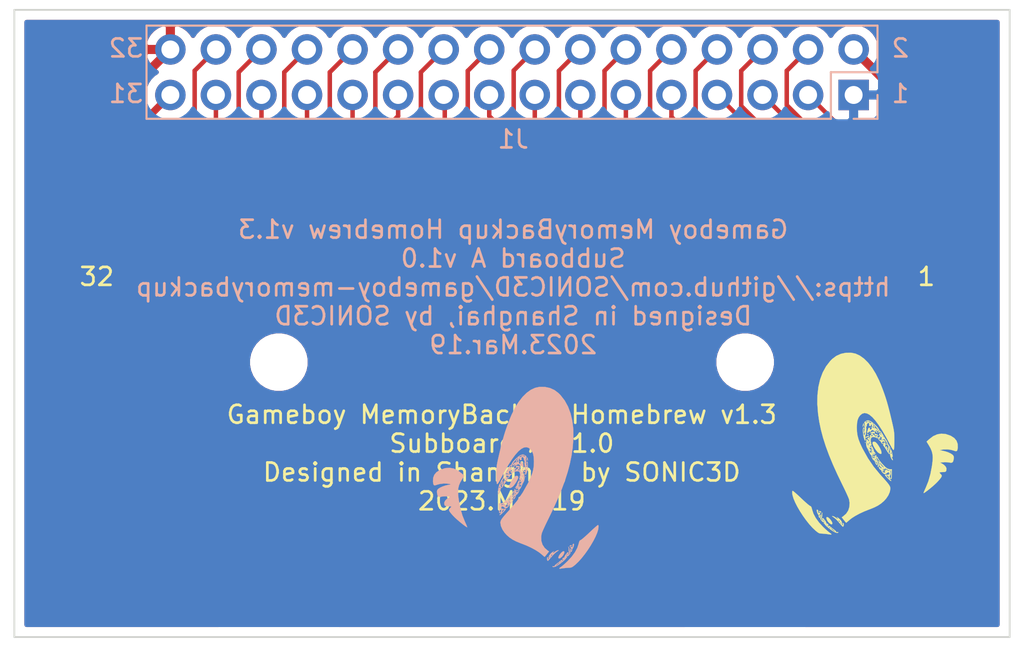
<source format=kicad_pcb>
(kicad_pcb (version 20171130) (host pcbnew "(5.1.10-1-10_14)")

  (general
    (thickness 0.8)
    (drawings 14)
    (tracks 108)
    (zones 0)
    (modules 4)
    (nets 33)
  )

  (page A4)
  (title_block
    (title "GB MemoryBackup Subboard A")
    (date 2023-03-19)
    (rev 1.0)
    (company SONIC3D)
  )

  (layers
    (0 F.Cu signal)
    (31 B.Cu signal)
    (32 B.Adhes user)
    (33 F.Adhes user)
    (34 B.Paste user)
    (35 F.Paste user)
    (36 B.SilkS user)
    (37 F.SilkS user)
    (38 B.Mask user)
    (39 F.Mask user)
    (40 Dwgs.User user)
    (41 Cmts.User user)
    (42 Eco1.User user)
    (43 Eco2.User user)
    (44 Edge.Cuts user)
    (45 Margin user)
    (46 B.CrtYd user)
    (47 F.CrtYd user)
    (48 B.Fab user)
    (49 F.Fab user)
  )

  (setup
    (last_trace_width 0.25)
    (trace_clearance 0.2)
    (zone_clearance 0.508)
    (zone_45_only yes)
    (trace_min 0.2)
    (via_size 0.8)
    (via_drill 0.4)
    (via_min_size 0.4)
    (via_min_drill 0.3)
    (uvia_size 0.3)
    (uvia_drill 0.1)
    (uvias_allowed no)
    (uvia_min_size 0.2)
    (uvia_min_drill 0.1)
    (edge_width 0.05)
    (segment_width 0.2)
    (pcb_text_width 0.3)
    (pcb_text_size 1.5 1.5)
    (mod_edge_width 0.12)
    (mod_text_size 1 1)
    (mod_text_width 0.15)
    (pad_size 1.524 1.524)
    (pad_drill 0.762)
    (pad_to_mask_clearance 0)
    (aux_axis_origin 0 0)
    (visible_elements FFFFFF7F)
    (pcbplotparams
      (layerselection 0x010fc_ffffffff)
      (usegerberextensions true)
      (usegerberattributes true)
      (usegerberadvancedattributes true)
      (creategerberjobfile true)
      (excludeedgelayer true)
      (linewidth 0.100000)
      (plotframeref false)
      (viasonmask false)
      (mode 1)
      (useauxorigin false)
      (hpglpennumber 1)
      (hpglpenspeed 20)
      (hpglpendiameter 15.000000)
      (psnegative false)
      (psa4output false)
      (plotreference true)
      (plotvalue true)
      (plotinvisibletext false)
      (padsonsilk false)
      (subtractmaskfromsilk false)
      (outputformat 1)
      (mirror false)
      (drillshape 0)
      (scaleselection 1)
      (outputdirectory "GerberOutput/GB_MemoryBackup_Subboard_A_v1_0/"))
  )

  (net 0 "")
  (net 1 +5V)
  (net 2 GND)
  (net 3 /AAudioIn)
  (net 4 /~ARST)
  (net 5 /AD7)
  (net 6 /AD6)
  (net 7 /AD5)
  (net 8 /AD4)
  (net 9 /AD3)
  (net 10 /AD2)
  (net 11 /AD1)
  (net 12 /AD0)
  (net 13 /AA14)
  (net 14 /AA13)
  (net 15 /AA12)
  (net 16 /AA11)
  (net 17 /AA10)
  (net 18 /AA9)
  (net 19 /AA8)
  (net 20 /AA7)
  (net 21 /AA6)
  (net 22 /AA5)
  (net 23 /AA4)
  (net 24 /AA3)
  (net 25 /AA2)
  (net 26 /AA1)
  (net 27 /AA0)
  (net 28 /~ASRAM_CS)
  (net 29 /ACLK)
  (net 30 /AA15_T)
  (net 31 /~ARD_T)
  (net 32 /~AWR_T)

  (net_class Default "This is the default net class."
    (clearance 0.2)
    (trace_width 0.25)
    (via_dia 0.8)
    (via_drill 0.4)
    (uvia_dia 0.3)
    (uvia_drill 0.1)
    (add_net /AA0)
    (add_net /AA1)
    (add_net /AA10)
    (add_net /AA11)
    (add_net /AA12)
    (add_net /AA13)
    (add_net /AA14)
    (add_net /AA15_T)
    (add_net /AA2)
    (add_net /AA3)
    (add_net /AA4)
    (add_net /AA5)
    (add_net /AA6)
    (add_net /AA7)
    (add_net /AA8)
    (add_net /AA9)
    (add_net /AD0)
    (add_net /AD1)
    (add_net /AD2)
    (add_net /AD3)
    (add_net /AD4)
    (add_net /AD5)
    (add_net /AD6)
    (add_net /AD7)
    (add_net /~ARD_T)
    (add_net /~ARST)
    (add_net /~ASRAM_CS)
    (add_net /~AWR_T)
  )

  (net_class AudioLine ""
    (clearance 0.32)
    (trace_width 0.4)
    (via_dia 0.8)
    (via_drill 0.4)
    (uvia_dia 0.3)
    (uvia_drill 0.1)
    (add_net /AAudioIn)
  )

  (net_class ClkLine ""
    (clearance 0.32)
    (trace_width 0.5)
    (via_dia 0.8)
    (via_drill 0.4)
    (uvia_dia 0.3)
    (uvia_drill 0.1)
    (add_net /ACLK)
  )

  (net_class PowerLine ""
    (clearance 0.25)
    (trace_width 0.5)
    (via_dia 0.8)
    (via_drill 0.4)
    (uvia_dia 0.3)
    (uvia_drill 0.1)
    (add_net +5V)
    (add_net GND)
  )

  (module LogoGraphics:12mm_x_12mm_ShadowSonic (layer B.Cu) (tedit 6136B84D) (tstamp 64167AF8)
    (at 169.545 107.95 180)
    (fp_text reference G*** (at 0 0) (layer B.SilkS) hide
      (effects (font (size 1.524 1.524) (thickness 0.3)) (justify mirror))
    )
    (fp_text value LOGO (at 0.75 0) (layer B.SilkS) hide
      (effects (font (size 1.524 1.524) (thickness 0.3)) (justify mirror))
    )
    (fp_poly (pts (xy -4.69801 -2.497539) (xy -4.626155 -2.556073) (xy -4.524546 -2.645224) (xy -4.401018 -2.758114)
      (xy -4.263407 -2.887865) (xy -4.260862 -2.8903) (xy -4.120697 -3.021959) (xy -3.991965 -3.138209)
      (xy -3.883158 -3.231748) (xy -3.802767 -3.295275) (xy -3.75959 -3.321411) (xy -3.716205 -3.345442)
      (xy -3.684166 -3.401278) (xy -3.655802 -3.503396) (xy -3.650677 -3.526951) (xy -3.575613 -3.75384)
      (xy -3.446158 -3.994303) (xy -3.267546 -4.240074) (xy -3.046726 -4.481192) (xy -2.929243 -4.593694)
      (xy -2.818353 -4.694337) (xy -2.726917 -4.771778) (xy -2.669878 -4.813475) (xy -2.599395 -4.863569)
      (xy -2.572359 -4.901121) (xy -2.593588 -4.917592) (xy -2.611438 -4.917007) (xy -2.664336 -4.909896)
      (xy -2.754538 -4.896546) (xy -2.809875 -4.888039) (xy -2.942422 -4.871961) (xy -3.08091 -4.861803)
      (xy -3.119091 -4.860531) (xy -3.201301 -4.854475) (xy -3.269967 -4.833782) (xy -3.343611 -4.789385)
      (xy -3.440756 -4.712221) (xy -3.466441 -4.690524) (xy -3.637167 -4.528648) (xy -3.814795 -4.330156)
      (xy -3.993249 -4.104686) (xy -4.166454 -3.861872) (xy -4.328336 -3.61135) (xy -4.47282 -3.362756)
      (xy -4.593829 -3.125724) (xy -4.685289 -2.909891) (xy -4.741126 -2.724892) (xy -4.753578 -2.649026)
      (xy -4.760041 -2.541863) (xy -4.75052 -2.487664) (xy -4.732276 -2.4765) (xy -4.69801 -2.497539)) (layer B.SilkS) (width 0.01))
    (fp_poly (pts (xy -3.067193 -3.696948) (xy -3.076522 -3.70309) (xy -3.09388 -3.741984) (xy -3.091586 -3.801384)
      (xy -3.092881 -3.892318) (xy -3.114612 -3.976262) (xy -3.13604 -4.047877) (xy -3.12032 -4.096079)
      (xy -3.096633 -4.121649) (xy -3.057564 -4.156554) (xy -3.057285 -4.143517) (xy -3.073826 -4.109914)
      (xy -3.089991 -4.041025) (xy -3.080952 -4.002443) (xy -3.054471 -3.99293) (xy -3.009559 -4.029857)
      (xy -2.942844 -4.114503) (xy -2.886173 -4.201504) (xy -2.852913 -4.270459) (xy -2.849268 -4.301348)
      (xy -2.850983 -4.317237) (xy -2.8417 -4.310337) (xy -2.799074 -4.307321) (xy -2.772718 -4.322488)
      (xy -2.746605 -4.364388) (xy -2.766863 -4.402933) (xy -2.78676 -4.451227) (xy -2.762582 -4.486033)
      (xy -2.733735 -4.505848) (xy -2.739055 -4.47357) (xy -2.740706 -4.468812) (xy -2.745557 -4.421577)
      (xy -2.712186 -4.422061) (xy -2.643876 -4.469927) (xy -2.632171 -4.479987) (xy -2.559981 -4.539058)
      (xy -2.465279 -4.611586) (xy -2.421944 -4.643397) (xy -2.349998 -4.702991) (xy -2.309811 -4.75166)
      (xy -2.306858 -4.770561) (xy -2.298634 -4.78707) (xy -2.258227 -4.779636) (xy -2.204077 -4.774968)
      (xy -2.19075 -4.79211) (xy -2.214994 -4.823394) (xy -2.279493 -4.822065) (xy -2.371897 -4.791081)
      (xy -2.479859 -4.733397) (xy -2.505406 -4.716789) (xy -2.642439 -4.619393) (xy -2.761262 -4.525771)
      (xy -2.688167 -4.525771) (xy -2.673461 -4.567159) (xy -2.661709 -4.572) (xy -2.650759 -4.56185)
      (xy -2.6035 -4.56185) (xy -2.580936 -4.596247) (xy -2.526385 -4.650453) (xy -2.459563 -4.707411)
      (xy -2.400186 -4.750062) (xy -2.371677 -4.762425) (xy -2.375859 -4.744444) (xy -2.417683 -4.699599)
      (xy -2.435177 -4.683618) (xy -2.522941 -4.606523) (xy -2.573607 -4.564886) (xy -2.597119 -4.551511)
      (xy -2.603424 -4.559204) (xy -2.6035 -4.56185) (xy -2.650759 -4.56185) (xy -2.635758 -4.547945)
      (xy -2.63525 -4.542123) (xy -2.657997 -4.498484) (xy -2.661709 -4.495895) (xy -2.684901 -4.505608)
      (xy -2.688167 -4.525771) (xy -2.761262 -4.525771) (xy -2.765588 -4.522363) (xy -2.864838 -4.434513)
      (xy -2.886658 -4.411182) (xy -2.849716 -4.411182) (xy -2.845373 -4.41325) (xy -2.816399 -4.390898)
      (xy -2.809875 -4.3815) (xy -2.801785 -4.351817) (xy -2.806128 -4.34975) (xy -2.835102 -4.372101)
      (xy -2.841625 -4.3815) (xy -2.849716 -4.411182) (xy -2.886658 -4.411182) (xy -2.929266 -4.365625)
      (xy -2.921 -4.365625) (xy -2.905125 -4.3815) (xy -2.88925 -4.365625) (xy -2.905125 -4.34975)
      (xy -2.921 -4.365625) (xy -2.929266 -4.365625) (xy -2.930172 -4.364657) (xy -2.951709 -4.324063)
      (xy -2.97196 -4.298847) (xy -2.987668 -4.304082) (xy -3.005807 -4.304546) (xy -2.99157 -4.270375)
      (xy -2.921 -4.270375) (xy -2.905125 -4.28625) (xy -2.88925 -4.270375) (xy -2.905125 -4.2545)
      (xy -2.921 -4.270375) (xy -2.99157 -4.270375) (xy -2.986551 -4.258331) (xy -2.972874 -4.193386)
      (xy -2.983997 -4.122419) (xy -3.013244 -4.072576) (xy -3.03436 -4.064) (xy -3.033851 -4.087464)
      (xy -3.014426 -4.130908) (xy -2.990683 -4.199593) (xy -3.006206 -4.228607) (xy -3.04968 -4.216673)
      (xy -3.109793 -4.162514) (xy -3.125194 -4.143413) (xy -3.177065 -4.068433) (xy -3.191082 -4.020808)
      (xy -3.172446 -3.981219) (xy -3.169767 -3.977901) (xy -3.140503 -3.911539) (xy -3.127423 -3.820961)
      (xy -3.127375 -3.815638) (xy -3.116729 -3.736225) (xy -3.08953 -3.697072) (xy -3.086894 -3.696316)
      (xy -3.067193 -3.696948)) (layer B.SilkS) (width 0.01))
    (fp_poly (pts (xy -2.460026 -3.898108) (xy -2.393725 -3.928004) (xy -2.339806 -3.963187) (xy -2.330605 -3.972088)
      (xy -2.270826 -4.018473) (xy -2.227386 -4.03225) (xy -2.201171 -4.024524) (xy -2.226635 -3.995417)
      (xy -2.240245 -3.984615) (xy -2.282251 -3.950559) (xy -2.272442 -3.948073) (xy -2.235716 -3.960802)
      (xy -2.17563 -3.998517) (xy -2.100376 -4.066247) (xy -2.067827 -4.10131) (xy -2.002624 -4.188646)
      (xy -2.00127 -4.192968) (xy -2.018987 -4.202512) (xy -2.039588 -4.218409) (xy -2.074438 -4.265992)
      (xy -2.069411 -4.306686) (xy -2.04071 -4.318) (xy -2.037814 -4.302182) (xy -2.042308 -4.297108)
      (xy -2.042738 -4.258863) (xy -2.023788 -4.225671) (xy -2.00105 -4.193669) (xy -1.981126 -4.257258)
      (xy -1.985536 -4.295444) (xy -1.98687 -4.362969) (xy -1.950497 -4.393798) (xy -1.914716 -4.401721)
      (xy -1.929758 -4.374052) (xy -1.930443 -4.373224) (xy -1.947152 -4.313711) (xy -1.938405 -4.288927)
      (xy -1.913835 -4.268137) (xy -1.893062 -4.305655) (xy -1.891877 -4.309332) (xy -1.884817 -4.380236)
      (xy -1.900224 -4.445006) (xy -1.931166 -4.476478) (xy -1.934604 -4.47675) (xy -1.963644 -4.453721)
      (xy -2.021367 -4.392312) (xy -2.097181 -4.304037) (xy -2.127714 -4.266849) (xy -2.223606 -4.157064)
      (xy -2.26925 -4.111047) (xy -2.172419 -4.111047) (xy -2.172166 -4.143349) (xy -2.168675 -4.157435)
      (xy -2.148539 -4.21383) (xy -2.127303 -4.21358) (xy -2.113599 -4.194597) (xy -2.11956 -4.153856)
      (xy -2.140977 -4.129282) (xy -2.172419 -4.111047) (xy -2.26925 -4.111047) (xy -2.322724 -4.057137)
      (xy -2.406275 -3.985777) (xy -2.419008 -3.97688) (xy -2.490922 -3.92786) (xy -2.534261 -3.895559)
      (xy -2.54 -3.889558) (xy -2.516266 -3.882344) (xy -2.460026 -3.898108)) (layer B.SilkS) (width 0.01))
    (fp_poly (pts (xy -2.754163 -3.961196) (xy -2.681772 -4.023054) (xy -2.610902 -4.106476) (xy -2.553726 -4.195365)
      (xy -2.522418 -4.273624) (xy -2.525772 -4.320664) (xy -2.558606 -4.347009) (xy -2.6094 -4.332454)
      (xy -2.679228 -4.283446) (xy -2.752376 -4.210496) (xy -2.80985 -4.125543) (xy -2.84608 -4.04271)
      (xy -2.855493 -3.976119) (xy -2.832519 -3.939892) (xy -2.815903 -3.937) (xy -2.754163 -3.961196)) (layer B.SilkS) (width 0.01))
    (fp_poly (pts (xy -1.228778 5.179618) (xy -0.987148 5.067671) (xy -0.751423 4.897447) (xy -0.524024 4.67155)
      (xy -0.307374 4.392589) (xy -0.103894 4.063168) (xy 0.083995 3.685894) (xy 0.185385 3.444875)
      (xy 0.282911 3.192954) (xy 0.368148 2.960168) (xy 0.444689 2.734486) (xy 0.51613 2.503878)
      (xy 0.586066 2.256313) (xy 0.65809 1.97976) (xy 0.735799 1.662188) (xy 0.802004 1.381125)
      (xy 0.849928 1.172119) (xy 0.88474 1.008237) (xy 0.908528 0.872948) (xy 0.923379 0.749722)
      (xy 0.931381 0.622028) (xy 0.93462 0.473335) (xy 0.935186 0.326394) (xy 0.932954 0.121141)
      (xy 0.926331 -0.037108) (xy 0.915677 -0.142915) (xy 0.901349 -0.19084) (xy 0.901078 -0.191121)
      (xy 0.874808 -0.18892) (xy 0.833256 -0.14001) (xy 0.773274 -0.039972) (xy 0.715018 0.06986)
      (xy 0.484386 0.503251) (xy 0.269119 0.875788) (xy 0.068602 1.188071) (xy -0.117779 1.440703)
      (xy -0.290638 1.634284) (xy -0.45059 1.769418) (xy -0.598249 1.846705) (xy -0.734231 1.866747)
      (xy -0.859149 1.830146) (xy -0.973618 1.737503) (xy -0.980489 1.729809) (xy -1.059723 1.617214)
      (xy -1.11345 1.483098) (xy -1.144925 1.314951) (xy -1.1574 1.100267) (xy -1.157912 1.04775)
      (xy -1.149162 0.821781) (xy -1.118563 0.610316) (xy -1.061855 0.398042) (xy -0.974772 0.169649)
      (xy -0.853053 -0.090175) (xy -0.826443 -0.142822) (xy -0.537023 -0.659082) (xy -0.219523 -1.125938)
      (xy 0.133273 -1.553959) (xy 0.147384 -1.569502) (xy 0.320442 -1.760626) (xy 0.454631 -1.912366)
      (xy 0.554731 -2.031457) (xy 0.625522 -2.124632) (xy 0.671786 -2.198628) (xy 0.698303 -2.260177)
      (xy 0.709852 -2.316016) (xy 0.71147 -2.364154) (xy 0.680011 -2.540212) (xy 0.597776 -2.728101)
      (xy 0.472067 -2.913984) (xy 0.351723 -3.045617) (xy 0.197801 -3.178693) (xy 0.028066 -3.29276)
      (xy -0.17192 -3.396009) (xy -0.416595 -3.496631) (xy -0.492125 -3.524388) (xy -0.752885 -3.62776)
      (xy -1.006155 -3.745712) (xy -1.237816 -3.870712) (xy -1.43375 -3.995226) (xy -1.561615 -4.095015)
      (xy -1.648657 -4.17131) (xy -1.71576 -4.22772) (xy -1.750464 -4.253823) (xy -1.752305 -4.2545)
      (xy -1.776407 -4.231555) (xy -1.827143 -4.171943) (xy -1.88164 -4.103687) (xy -1.99922 -3.952875)
      (xy -1.928298 -3.905652) (xy -1.754364 -3.755033) (xy -1.634413 -3.572642) (xy -1.569793 -3.36223)
      (xy -1.561854 -3.127551) (xy -1.588479 -2.960497) (xy -1.611707 -2.892584) (xy -1.659172 -2.778517)
      (xy -1.726188 -2.628673) (xy -1.808069 -2.453429) (xy -1.900127 -2.263161) (xy -1.937617 -2.187445)
      (xy -2.232324 -1.578931) (xy -2.488021 -1.01296) (xy -2.706739 -0.483622) (xy -2.890505 0.014997)
      (xy -3.04135 0.488809) (xy -3.161304 0.943726) (xy -3.252395 1.38566) (xy -3.316653 1.820524)
      (xy -3.318379 1.835159) (xy -3.358832 2.365586) (xy -3.352638 2.862241) (xy -3.300306 3.323164)
      (xy -3.202342 3.746391) (xy -3.059256 4.129961) (xy -2.871555 4.471911) (xy -2.639747 4.77028)
      (xy -2.529347 4.882137) (xy -2.303989 5.052238) (xy -2.048141 5.167888) (xy -1.766378 5.227577)
      (xy -1.473891 5.230679) (xy -1.228778 5.179618)) (layer B.SilkS) (width 0.01))
    (fp_poly (pts (xy -3.320529 -3.562429) (xy -3.310478 -3.627334) (xy -3.313883 -3.6551) (xy -3.317617 -3.72221)
      (xy -3.299333 -3.7465) (xy -3.282617 -3.726353) (xy -3.28946 -3.709354) (xy -3.291036 -3.685752)
      (xy -3.256987 -3.693479) (xy -3.199525 -3.711857) (xy -3.180341 -3.715236) (xy -3.183338 -3.728829)
      (xy -3.2044 -3.744375) (xy -3.246353 -3.796775) (xy -3.260068 -3.864895) (xy -3.240722 -3.918521)
      (xy -3.233151 -3.92443) (xy -3.211875 -3.927712) (xy -3.219438 -3.910407) (xy -3.223774 -3.855837)
      (xy -3.209434 -3.818188) (xy -3.187324 -3.789895) (xy -3.177839 -3.813141) (xy -3.175966 -3.863688)
      (xy -3.186185 -3.948793) (xy -3.213958 -3.984556) (xy -3.251878 -3.965191) (xy -3.270126 -3.937233)
      (xy -3.290129 -3.87405) (xy -3.28572 -3.841093) (xy -3.288134 -3.81228) (xy -3.298852 -3.81)
      (xy -3.326171 -3.78278) (xy -3.356491 -3.717332) (xy -3.381827 -3.637969) (xy -3.385139 -3.6195)
      (xy -3.3655 -3.6195) (xy -3.353884 -3.645633) (xy -3.344334 -3.640666) (xy -3.340534 -3.602986)
      (xy -3.344334 -3.598333) (xy -3.363209 -3.602691) (xy -3.3655 -3.6195) (xy -3.385139 -3.6195)
      (xy -3.394198 -3.569004) (xy -3.388575 -3.53674) (xy -3.350191 -3.52648) (xy -3.320529 -3.562429)) (layer B.SilkS) (width 0.01))
    (fp_poly (pts (xy -3.20675 -3.6103) (xy -3.15528 -3.635431) (xy -3.14325 -3.654953) (xy -3.149928 -3.679546)
      (xy -3.151188 -3.679316) (xy -3.184352 -3.669282) (xy -3.214688 -3.661113) (xy -3.261746 -3.636385)
      (xy -3.27025 -3.620144) (xy -3.244906 -3.605665) (xy -3.20675 -3.6103)) (layer B.SilkS) (width 0.01))
    (fp_poly (pts (xy 3.802702 0.692263) (xy 4.054343 0.606342) (xy 4.098608 0.585067) (xy 4.276536 0.46851)
      (xy 4.397271 0.324769) (xy 4.461887 0.151897) (xy 4.471463 -0.052054) (xy 4.468369 -0.084119)
      (xy 4.449644 -0.196352) (xy 4.416892 -0.254093) (xy 4.357244 -0.264767) (xy 4.25783 -0.235802)
      (xy 4.226461 -0.223712) (xy 4.069114 -0.182225) (xy 3.879187 -0.162686) (xy 3.684195 -0.166525)
      (xy 3.540125 -0.188051) (xy 3.489225 -0.201519) (xy 3.485088 -0.211839) (xy 3.533675 -0.223494)
      (xy 3.602377 -0.234868) (xy 3.771379 -0.272398) (xy 3.936329 -0.327581) (xy 4.078162 -0.39281)
      (xy 4.17781 -0.460477) (xy 4.184932 -0.467296) (xy 4.233582 -0.527647) (xy 4.25107 -0.593983)
      (xy 4.246013 -0.688311) (xy 4.220671 -0.815073) (xy 4.174274 -0.886608) (xy 4.098274 -0.909945)
      (xy 3.994798 -0.894873) (xy 3.882523 -0.878558) (xy 3.746656 -0.874905) (xy 3.670715 -0.87949)
      (xy 3.484182 -0.898742) (xy 3.575653 -0.945268) (xy 3.702721 -1.027314) (xy 3.794283 -1.121596)
      (xy 3.839099 -1.215599) (xy 3.84175 -1.241593) (xy 3.834148 -1.343293) (xy 3.802253 -1.400042)
      (xy 3.73243 -1.424319) (xy 3.637269 -1.42875) (xy 3.539937 -1.432135) (xy 3.471118 -1.440807)
      (xy 3.452192 -1.44789) (xy 3.460642 -1.47867) (xy 3.506183 -1.52962) (xy 3.517197 -1.539409)
      (xy 3.561318 -1.586116) (xy 3.577559 -1.634561) (xy 3.562139 -1.693805) (xy 3.511276 -1.772906)
      (xy 3.421187 -1.880924) (xy 3.334768 -1.976413) (xy 3.251583 -2.060167) (xy 3.143519 -2.159508)
      (xy 3.021098 -2.265862) (xy 2.894841 -2.370657) (xy 2.77527 -2.46532) (xy 2.672906 -2.541276)
      (xy 2.598269 -2.589953) (xy 2.565191 -2.6035) (xy 2.568605 -2.577042) (xy 2.595506 -2.505566)
      (xy 2.641111 -2.400914) (xy 2.683737 -2.309812) (xy 2.829846 -1.949038) (xy 2.947126 -1.537104)
      (xy 3.031572 -1.095043) (xy 3.064761 -0.834124) (xy 3.07589 -0.619166) (xy 3.062833 -0.435839)
      (xy 3.023462 -0.269811) (xy 2.955647 -0.106754) (xy 2.859449 0.064125) (xy 2.732515 0.269875)
      (xy 2.879787 0.406925) (xy 3.096433 0.572388) (xy 3.322979 0.675173) (xy 3.558658 0.715169)
      (xy 3.802702 0.692263)) (layer B.SilkS) (width 0.01))
    (fp_poly (pts (xy -0.000966 -0.595698) (xy 0 -0.603524) (xy 0.020988 -0.658611) (xy 0.077305 -0.745832)
      (xy 0.158981 -0.852819) (xy 0.256043 -0.967209) (xy 0.358522 -1.076635) (xy 0.454215 -1.166812)
      (xy 0.563194 -1.242178) (xy 0.666759 -1.269459) (xy 0.685338 -1.27) (xy 0.796966 -1.27)
      (xy 0.791176 -1.556167) (xy 0.787017 -1.691668) (xy 0.779983 -1.773127) (xy 0.768179 -1.809993)
      (xy 0.749711 -1.811715) (xy 0.741175 -1.805642) (xy 0.694347 -1.784327) (xy 0.676238 -1.789678)
      (xy 0.681591 -1.821481) (xy 0.713124 -1.852534) (xy 0.753791 -1.898238) (xy 0.758431 -1.926952)
      (xy 0.732465 -1.92184) (xy 0.675038 -1.878846) (xy 0.597668 -1.806832) (xy 0.582988 -1.791959)
      (xy 0.483143 -1.688484) (xy 0.425711 -1.622596) (xy 0.411816 -1.593338) (xy 0.493279 -1.593338)
      (xy 0.495852 -1.628651) (xy 0.534291 -1.684178) (xy 0.536557 -1.686637) (xy 0.583725 -1.744859)
      (xy 0.60325 -1.783986) (xy 0.614797 -1.809673) (xy 0.615766 -1.80975) (xy 0.623607 -1.782588)
      (xy 0.623703 -1.730397) (xy 0.60754 -1.670668) (xy 0.582083 -1.651022) (xy 0.579165 -1.64933)
      (xy 0.671259 -1.64933) (xy 0.672281 -1.712537) (xy 0.704275 -1.756031) (xy 0.706437 -1.756972)
      (xy 0.744862 -1.77324) (xy 0.749237 -1.775493) (xy 0.751276 -1.747595) (xy 0.753839 -1.671507)
      (xy 0.756431 -1.56253) (xy 0.756875 -1.539875) (xy 0.755667 -1.426089) (xy 0.74835 -1.341899)
      (xy 0.736423 -1.302802) (xy 0.733851 -1.30175) (xy 0.720453 -1.329788) (xy 0.718609 -1.400592)
      (xy 0.721937 -1.440487) (xy 0.724545 -1.539139) (xy 0.707936 -1.595972) (xy 0.702162 -1.601111)
      (xy 0.671259 -1.64933) (xy 0.579165 -1.64933) (xy 0.538632 -1.62583) (xy 0.530867 -1.611312)
      (xy 0.50477 -1.587878) (xy 0.493279 -1.593338) (xy 0.411816 -1.593338) (xy 0.408606 -1.586579)
      (xy 0.429742 -1.572719) (xy 0.487034 -1.573301) (xy 0.524685 -1.576271) (xy 0.612256 -1.580601)
      (xy 0.653777 -1.56926) (xy 0.666163 -1.534799) (xy 0.66675 -1.513719) (xy 0.646036 -1.454464)
      (xy 0.594884 -1.439883) (xy 0.52978 -1.471863) (xy 0.505961 -1.495298) (xy 0.445266 -1.536842)
      (xy 0.401124 -1.543765) (xy 0.341586 -1.516195) (xy 0.278252 -1.461181) (xy 0.227629 -1.397305)
      (xy 0.222096 -1.383306) (xy 0.260134 -1.383306) (xy 0.293249 -1.429615) (xy 0.351271 -1.458321)
      (xy 0.372409 -1.4605) (xy 0.426261 -1.454857) (xy 0.426252 -1.43071) (xy 0.41275 -1.412875)
      (xy 0.391498 -1.373423) (xy 0.408862 -1.36525) (xy 0.440128 -1.339471) (xy 0.4445 -1.315824)
      (xy 0.450239 -1.284148) (xy 0.478695 -1.291603) (xy 0.515064 -1.315824) (xy 0.592657 -1.356788)
      (xy 0.647919 -1.361025) (xy 0.66675 -1.331626) (xy 0.646851 -1.31369) (xy 0.63145 -1.319818)
      (xy 0.586458 -1.322815) (xy 0.575887 -1.313755) (xy 0.531629 -1.272982) (xy 0.474799 -1.241269)
      (xy 0.427935 -1.228789) (xy 0.41275 -1.24012) (xy 0.388048 -1.259849) (xy 0.34925 -1.254125)
      (xy 0.298036 -1.245758) (xy 0.290355 -1.273021) (xy 0.318617 -1.335587) (xy 0.335267 -1.386133)
      (xy 0.318617 -1.397) (xy 0.287612 -1.372223) (xy 0.28575 -1.359958) (xy 0.275383 -1.336021)
      (xy 0.269127 -1.339539) (xy 0.260134 -1.383306) (xy 0.222096 -1.383306) (xy 0.206225 -1.343151)
      (xy 0.209642 -1.328213) (xy 0.213004 -1.306599) (xy 0.198878 -1.312446) (xy 0.16027 -1.30391)
      (xy 0.114597 -1.254969) (xy 0.074148 -1.189295) (xy 0.06938 -1.160599) (xy 0.099772 -1.153688)
      (xy 0.111125 -1.153583) (xy 0.153277 -1.176274) (xy 0.15875 -1.195916) (xy 0.179085 -1.234633)
      (xy 0.192828 -1.23825) (xy 0.216104 -1.213143) (xy 0.215424 -1.182687) (xy 0.183177 -1.137223)
      (xy 0.155946 -1.130476) (xy 0.121037 -1.111364) (xy 0.108217 -1.041549) (xy 0.10795 -1.023568)
      (xy 0.091038 -0.92661) (xy 0.087696 -0.921851) (xy 0.127965 -0.921851) (xy 0.147961 -0.978018)
      (xy 0.198016 -1.051161) (xy 0.260804 -1.120872) (xy 0.318997 -1.166745) (xy 0.342407 -1.174419)
      (xy 0.348107 -1.155813) (xy 0.314155 -1.108645) (xy 0.291649 -1.085267) (xy 0.222657 -1.011245)
      (xy 0.17047 -0.944022) (xy 0.16452 -0.934454) (xy 0.137287 -0.897415) (xy 0.128123 -0.91695)
      (xy 0.127965 -0.921851) (xy 0.087696 -0.921851) (xy 0.053975 -0.873842) (xy 0.010081 -0.831152)
      (xy 0 -0.809141) (xy 0.019532 -0.808654) (xy 0.0635 -0.841375) (xy 0.11145 -0.877332)
      (xy 0.123903 -0.870059) (xy 0.103192 -0.827325) (xy 0.051654 -0.756899) (xy 0.030459 -0.731449)
      (xy -0.03862 -0.642887) (xy -0.061465 -0.591245) (xy -0.039874 -0.571907) (xy -0.03175 -0.5715)
      (xy -0.000966 -0.595698)) (layer B.SilkS) (width 0.01))
    (fp_poly (pts (xy 0.635 -1.539875) (xy 0.619125 -1.55575) (xy 0.60325 -1.539875) (xy 0.619125 -1.524)
      (xy 0.635 -1.539875)) (layer B.SilkS) (width 0.01))
    (fp_poly (pts (xy 0.179551 0.831528) (xy 0.227847 0.762849) (xy 0.289298 0.663948) (xy 0.315721 0.618599)
      (xy 0.380294 0.508884) (xy 0.434942 0.421762) (xy 0.470869 0.371037) (xy 0.477817 0.364157)
      (xy 0.503291 0.326183) (xy 0.534521 0.251736) (xy 0.542034 0.229746) (xy 0.572165 0.149928)
      (xy 0.598578 0.1002) (xy 0.60342 0.09525) (xy 0.632032 0.058514) (xy 0.67206 -0.010423)
      (xy 0.677409 -0.020716) (xy 0.708755 -0.088867) (xy 0.708405 -0.122199) (xy 0.678545 -0.140047)
      (xy 0.643756 -0.177438) (xy 0.645099 -0.202773) (xy 0.640181 -0.260827) (xy 0.624846 -0.283203)
      (xy 0.606059 -0.322206) (xy 0.631197 -0.3469) (xy 0.66185 -0.392752) (xy 0.660356 -0.416056)
      (xy 0.639381 -0.411553) (xy 0.596519 -0.36145) (xy 0.540156 -0.275967) (xy 0.526552 -0.253041)
      (xy 0.458613 -0.141755) (xy 0.393687 -0.044323) (xy 0.345396 0.018856) (xy 0.343928 0.020463)
      (xy 0.304927 0.079757) (xy 0.315112 0.10965) (xy 0.347502 0.152791) (xy 0.34925 0.164512)
      (xy 0.331859 0.178583) (xy 0.303602 0.160391) (xy 0.26694 0.144766) (xy 0.233092 0.175025)
      (xy 0.208023 0.219063) (xy 0.207344 0.220043) (xy 0.241566 0.220043) (xy 0.243961 0.202616)
      (xy 0.272434 0.173729) (xy 0.293834 0.185885) (xy 0.348119 0.204611) (xy 0.368993 0.200498)
      (xy 0.405913 0.204219) (xy 0.40925 0.237533) (xy 0.380715 0.270051) (xy 0.323642 0.280663)
      (xy 0.268665 0.259755) (xy 0.241566 0.220043) (xy 0.207344 0.220043) (xy 0.15396 0.297025)
      (xy 0.093289 0.350294) (xy 0.092458 0.350744) (xy 0.045532 0.398124) (xy 0.045528 0.413355)
      (xy 0.0635 0.413355) (xy 0.091443 0.381759) (xy 0.160333 0.359598) (xy 0.247759 0.35206)
      (xy 0.304504 0.357572) (xy 0.372924 0.350931) (xy 0.413693 0.296293) (xy 0.428975 0.18917)
      (xy 0.427117 0.103024) (xy 0.428419 0.015926) (xy 0.440978 -0.041058) (xy 0.447796 -0.049662)
      (xy 0.471974 -0.040232) (xy 0.47625 -0.015875) (xy 0.488984 0.019978) (xy 0.502969 0.018985)
      (xy 0.520185 -0.021193) (xy 0.523948 -0.094014) (xy 0.52807 -0.161291) (xy 0.54596 -0.190465)
      (xy 0.546728 -0.1905) (xy 0.560913 -0.210253) (xy 0.555625 -0.22225) (xy 0.558142 -0.251507)
      (xy 0.569626 -0.254) (xy 0.602061 -0.243824) (xy 0.60325 -0.240191) (xy 0.59317 -0.2036)
      (xy 0.571595 -0.143127) (xy 0.565325 -0.121671) (xy 0.606952 -0.121671) (xy 0.611614 -0.149436)
      (xy 0.635 -0.142875) (xy 0.662625 -0.097564) (xy 0.666263 -0.069563) (xy 0.661125 -0.034031)
      (xy 0.639176 -0.05711) (xy 0.635 -0.0635) (xy 0.606952 -0.121671) (xy 0.565325 -0.121671)
      (xy 0.555079 -0.086617) (xy 0.569267 -0.078537) (xy 0.576991 -0.082768) (xy 0.600739 -0.08418)
      (xy 0.593767 -0.052833) (xy 0.593404 -0.007656) (xy 0.612183 0.000966) (xy 0.621452 0.013912)
      (xy 0.595312 0.034294) (xy 0.549068 0.084131) (xy 0.53975 0.117851) (xy 0.526506 0.170858)
      (xy 0.493284 0.243927) (xy 0.449848 0.320925) (xy 0.405961 0.385721) (xy 0.371387 0.42218)
      (xy 0.356934 0.419928) (xy 0.319039 0.390465) (xy 0.263341 0.381) (xy 0.209105 0.386709)
      (xy 0.208662 0.410691) (xy 0.221515 0.42774) (xy 0.242732 0.47523) (xy 0.211795 0.52299)
      (xy 0.173834 0.554663) (xy 0.293961 0.554663) (xy 0.300319 0.541863) (xy 0.330594 0.509038)
      (xy 0.336163 0.532187) (xy 0.328456 0.556995) (xy 0.305081 0.591572) (xy 0.294523 0.590857)
      (xy 0.293961 0.554663) (xy 0.173834 0.554663) (xy 0.160189 0.566047) (xy 0.141834 0.556255)
      (xy 0.14955 0.508) (xy 0.147433 0.455974) (xy 0.114828 0.4445) (xy 0.070247 0.428743)
      (xy 0.0635 0.413355) (xy 0.045528 0.413355) (xy 0.045522 0.434596) (xy 0.046205 0.469071)
      (xy 0.017251 0.465297) (xy -0.032808 0.463535) (xy -0.046258 0.474038) (xy -0.093472 0.503074)
      (xy -0.174976 0.521637) (xy -0.261943 0.526227) (xy -0.325547 0.513345) (xy -0.332438 0.508778)
      (xy -0.360755 0.462646) (xy -0.381556 0.391064) (xy -0.391134 0.317471) (xy -0.385778 0.26531)
      (xy -0.372751 0.254) (xy -0.359596 0.234256) (xy -0.36472 0.222907) (xy -0.366733 0.173003)
      (xy -0.350743 0.129789) (xy -0.335799 0.078861) (xy -0.372359 0.050714) (xy -0.38696 0.045734)
      (xy -0.434755 0.02567) (xy -0.425323 0.00203) (xy -0.400911 -0.01685) (xy -0.366479 -0.055978)
      (xy -0.38265 -0.080394) (xy -0.428642 -0.078436) (xy -0.447564 -0.05963) (xy -0.470673 -0.0348)
      (xy -0.475764 -0.055873) (xy -0.454032 -0.10538) (xy -0.414377 -0.148849) (xy -0.372762 -0.20061)
      (xy -0.37504 -0.235248) (xy -0.418731 -0.237191) (xy -0.427952 -0.23399) (xy -0.455836 -0.231026)
      (xy -0.44925 -0.26526) (xy -0.435785 -0.295336) (xy -0.405723 -0.347758) (xy -0.379586 -0.347093)
      (xy -0.356456 -0.321897) (xy -0.327746 -0.291736) (xy -0.325203 -0.312729) (xy -0.333248 -0.34925)
      (xy -0.343344 -0.400542) (xy -0.332357 -0.39558) (xy -0.316509 -0.3714) (xy -0.298644 -0.303399)
      (xy -0.310363 -0.27615) (xy -0.32428 -0.238125) (xy -0.28575 -0.238125) (xy -0.269875 -0.254)
      (xy -0.254 -0.238125) (xy -0.269875 -0.22225) (xy -0.28575 -0.238125) (xy -0.32428 -0.238125)
      (xy -0.331403 -0.218664) (xy -0.338347 -0.146451) (xy -0.306587 -0.146451) (xy -0.301625 -0.15875)
      (xy -0.273095 -0.189038) (xy -0.268002 -0.1905) (xy -0.254365 -0.165935) (xy -0.254 -0.15875)
      (xy -0.278408 -0.12822) (xy -0.287624 -0.127) (xy -0.306587 -0.146451) (xy -0.338347 -0.146451)
      (xy -0.338848 -0.141246) (xy -0.345321 -0.059445) (xy -0.361227 -0.006308) (xy -0.365814 0.027363)
      (xy -0.354442 0.03175) (xy -0.322787 0.005424) (xy -0.281407 -0.058817) (xy -0.241303 -0.138864)
      (xy -0.213477 -0.212609) (xy -0.20893 -0.257944) (xy -0.209628 -0.259263) (xy -0.204888 -0.284657)
      (xy -0.197471 -0.28575) (xy -0.166076 -0.311759) (xy -0.131581 -0.373062) (xy -0.108179 -0.430632)
      (xy -0.113356 -0.435091) (xy -0.145643 -0.396875) (xy -0.182359 -0.353849) (xy -0.187627 -0.362544)
      (xy -0.17577 -0.404812) (xy -0.170765 -0.46139) (xy -0.201264 -0.47625) (xy -0.233913 -0.455556)
      (xy -0.230465 -0.404812) (xy -0.224056 -0.357001) (xy -0.23272 -0.351177) (xy -0.253763 -0.394329)
      (xy -0.262139 -0.430552) (xy -0.283823 -0.505373) (xy -0.298363 -0.534859) (xy -0.300098 -0.591969)
      (xy -0.273632 -0.628975) (xy -0.234645 -0.661411) (xy -0.222289 -0.645942) (xy -0.221764 -0.633866)
      (xy -0.216515 -0.604062) (xy -0.194026 -0.629589) (xy -0.1905 -0.635) (xy -0.169433 -0.662756)
      (xy -0.157677 -0.654158) (xy -0.150157 -0.598675) (xy -0.145842 -0.54235) (xy -0.116914 -0.49265)
      (xy -0.098572 -0.482648) (xy -0.069736 -0.486559) (xy -0.071751 -0.535551) (xy -0.075535 -0.551625)
      (xy -0.071819 -0.659352) (xy -0.048154 -0.709112) (xy -0.019117 -0.768905) (xy -0.019228 -0.802393)
      (xy -0.015368 -0.837979) (xy 0.018666 -0.901657) (xy 0.030432 -0.9189) (xy 0.07819 -1.01434)
      (xy 0.079381 -1.079478) (xy 0.048698 -1.13185) (xy 0.016058 -1.138603) (xy 0.000032 -1.096456)
      (xy 0 -1.093501) (xy 0.016472 -1.061368) (xy 0.034372 -1.065245) (xy 0.04739 -1.060237)
      (xy 0.03351 -1.02006) (xy 0.001962 -0.961768) (xy -0.038023 -0.902412) (xy -0.077214 -0.859044)
      (xy -0.077282 -0.858987) (xy -0.118055 -0.833996) (xy -0.124195 -0.849525) (xy -0.09823 -0.894599)
      (xy -0.058084 -0.94239) (xy -0.016639 -0.998819) (xy -0.009708 -1.036079) (xy -0.010787 -1.037369)
      (xy -0.043491 -1.034199) (xy -0.085743 -0.988128) (xy -0.125355 -0.915918) (xy -0.147127 -0.849827)
      (xy -0.168556 -0.792517) (xy -0.191654 -0.778588) (xy -0.223327 -0.766151) (xy -0.252355 -0.73025)
      (xy -0.22225 -0.73025) (xy -0.210634 -0.756383) (xy -0.201084 -0.751416) (xy -0.197732 -0.718174)
      (xy -0.140114 -0.718174) (xy -0.114651 -0.761558) (xy -0.069403 -0.789569) (xy -0.051675 -0.791243)
      (xy -0.038211 -0.781869) (xy -0.055563 -0.772722) (xy -0.091607 -0.730878) (xy -0.09525 -0.709855)
      (xy -0.112047 -0.679579) (xy -0.128542 -0.683577) (xy -0.140114 -0.718174) (xy -0.197732 -0.718174)
      (xy -0.197284 -0.713736) (xy -0.201084 -0.709083) (xy -0.219959 -0.713441) (xy -0.22225 -0.73025)
      (xy -0.252355 -0.73025) (xy -0.265292 -0.71425) (xy -0.306015 -0.643048) (xy -0.333959 -0.572713)
      (xy -0.337606 -0.523449) (xy -0.339496 -0.487395) (xy -0.355248 -0.484568) (xy -0.384806 -0.461608)
      (xy -0.427594 -0.394193) (xy -0.472224 -0.301625) (xy -0.516495 -0.201513) (xy -0.529348 -0.174625)
      (xy -0.508 -0.174625) (xy -0.492125 -0.1905) (xy -0.47625 -0.174625) (xy -0.492125 -0.15875)
      (xy -0.508 -0.174625) (xy -0.529348 -0.174625) (xy -0.552186 -0.12685) (xy -0.570557 -0.09525)
      (xy -0.597109 -0.047625) (xy -0.53975 -0.047625) (xy -0.523875 -0.0635) (xy -0.508 -0.047625)
      (xy -0.523875 -0.03175) (xy -0.53975 -0.047625) (xy -0.597109 -0.047625) (xy -0.60667 -0.030476)
      (xy -0.630744 0.068581) (xy -0.63542 0.144699) (xy -0.562355 0.144699) (xy -0.55664 0.098447)
      (xy -0.532016 0.040712) (xy -0.515502 0.045274) (xy -0.508242 0.11131) (xy -0.508 0.13335)
      (xy -0.512243 0.180751) (xy -0.472621 0.180751) (xy -0.455084 0.148167) (xy -0.433017 0.129986)
      (xy -0.424788 0.151108) (xy -0.42148 0.1905) (xy -0.429967 0.241925) (xy -0.446474 0.254)
      (xy -0.472181 0.229998) (xy -0.472621 0.180751) (xy -0.512243 0.180751) (xy -0.513874 0.198969)
      (xy -0.533542 0.20787) (xy -0.542904 0.200047) (xy -0.562355 0.144699) (xy -0.63542 0.144699)
      (xy -0.637161 0.173028) (xy -0.631748 0.219436) (xy -0.625857 0.269875) (xy -0.5715 0.269875)
      (xy -0.555625 0.254) (xy -0.53975 0.269875) (xy -0.555625 0.28575) (xy -0.5715 0.269875)
      (xy -0.625857 0.269875) (xy -0.621422 0.307836) (xy -0.627029 0.375247) (xy -0.628032 0.378186)
      (xy -0.636227 0.410985) (xy -0.612865 0.401622) (xy -0.585383 0.381) (xy -0.528351 0.331532)
      (xy -0.501789 0.302545) (xy -0.467023 0.287944) (xy -0.457604 0.293814) (xy -0.46345 0.326739)
      (xy -0.50776 0.376429) (xy -0.51144 0.379562) (xy -0.559974 0.427092) (xy -0.560539 0.446374)
      (xy -0.47625 0.446374) (xy -0.453203 0.414043) (xy -0.4445 0.41275) (xy -0.413576 0.423583)
      (xy -0.41275 0.426752) (xy -0.434999 0.453859) (xy -0.4445 0.460375) (xy -0.473758 0.457858)
      (xy -0.47625 0.446374) (xy -0.560539 0.446374) (xy -0.560859 0.457287) (xy -0.53975 0.475119)
      (xy -0.467407 0.50308) (xy -0.428625 0.508) (xy -0.386727 0.513589) (xy -0.403459 0.534485)
      (xy -0.41275 0.540882) (xy -0.439511 0.569576) (xy -0.421322 0.60325) (xy -0.381 0.60325)
      (xy -0.354408 0.577454) (xy -0.3175 0.5715) (xy -0.265908 0.584797) (xy -0.254 0.60325)
      (xy -0.280593 0.629047) (xy -0.3175 0.635) (xy -0.369093 0.621704) (xy -0.381 0.60325)
      (xy -0.421322 0.60325) (xy -0.420881 0.604066) (xy -0.388938 0.632797) (xy -0.329462 0.695373)
      (xy -0.326616 0.733624) (xy -0.380015 0.744887) (xy -0.404813 0.742863) (xy -0.449571 0.740085)
      (xy -0.435123 0.74846) (xy -0.428625 0.750348) (xy -0.361554 0.77841) (xy -0.334963 0.796832)
      (xy -0.28188 0.819537) (xy -0.211175 0.824254) (xy -0.156533 0.810107) (xy -0.148082 0.801688)
      (xy -0.1559 0.763552) (xy -0.177958 0.736936) (xy -0.214099 0.716772) (xy -0.22225 0.728999)
      (xy -0.245656 0.760837) (xy -0.254 0.762) (xy -0.282168 0.736284) (xy -0.28575 0.714375)
      (xy -0.264278 0.672198) (xy -0.245763 0.66675) (xy -0.199383 0.642439) (xy -0.165418 0.602129)
      (xy -0.130537 0.558692) (xy -0.092456 0.562457) (xy -0.055467 0.586254) (xy 0.012117 0.625322)
      (xy 0.047746 0.63153) (xy 0.041994 0.607366) (xy 0.00442 0.570444) (xy -0.044878 0.526993)
      (xy -0.04664 0.510554) (xy -0.003518 0.508) (xy 0.060175 0.504607) (xy 0.084148 0.500063)
      (xy 0.10558 0.516365) (xy 0.115201 0.566531) (xy 0.111022 0.621688) (xy 0.094563 0.6513)
      (xy 0.087403 0.685709) (xy 0.112393 0.72018) (xy 0.162779 0.752417) (xy 0.185153 0.738307)
      (xy 0.164399 0.689679) (xy 0.159386 0.683393) (xy 0.139712 0.644421) (xy 0.151465 0.635)
      (xy 0.22225 0.635) (xy 0.233866 0.608867) (xy 0.243416 0.613834) (xy 0.247216 0.651514)
      (xy 0.243416 0.656167) (xy 0.224541 0.651809) (xy 0.22225 0.635) (xy 0.151465 0.635)
      (xy 0.192689 0.659806) (xy 0.20675 0.714361) (xy 0.188555 0.768871) (xy 0.176353 0.780538)
      (xy 0.132848 0.824788) (xy 0.134811 0.85331) (xy 0.153087 0.85725) (xy 0.179551 0.831528)) (layer B.SilkS) (width 0.01))
    (fp_poly (pts (xy 0.75301 -0.186913) (xy 0.780759 -0.258942) (xy 0.808005 -0.356145) (xy 0.829044 -0.45983)
      (xy 0.834574 -0.500062) (xy 0.835501 -0.569968) (xy 0.822186 -0.602879) (xy 0.820001 -0.60325)
      (xy 0.795201 -0.578326) (xy 0.79375 -0.566208) (xy 0.782373 -0.543369) (xy 0.775338 -0.547578)
      (xy 0.777761 -0.583875) (xy 0.80921 -0.64578) (xy 0.810073 -0.647102) (xy 0.84414 -0.716481)
      (xy 0.850451 -0.766519) (xy 0.830464 -0.763641) (xy 0.792933 -0.714986) (xy 0.763803 -0.664349)
      (xy 0.726577 -0.575593) (xy 0.703295 -0.492125) (xy 0.73025 -0.492125) (xy 0.746125 -0.508)
      (xy 0.762 -0.492125) (xy 0.746125 -0.47625) (xy 0.73025 -0.492125) (xy 0.703295 -0.492125)
      (xy 0.699076 -0.477001) (xy 0.683357 -0.383916) (xy 0.68282 -0.363251) (xy 0.73025 -0.363251)
      (xy 0.746826 -0.406692) (xy 0.762 -0.41275) (xy 0.792841 -0.389962) (xy 0.79375 -0.382873)
      (xy 0.77067 -0.339873) (xy 0.762 -0.333375) (xy 0.734818 -0.340572) (xy 0.73025 -0.363251)
      (xy 0.68282 -0.363251) (xy 0.681477 -0.311681) (xy 0.695493 -0.275638) (xy 0.711946 -0.2775)
      (xy 0.723733 -0.274989) (xy 0.706712 -0.249235) (xy 0.689803 -0.206375) (xy 0.6985 -0.206375)
      (xy 0.714375 -0.22225) (xy 0.73025 -0.206375) (xy 0.714375 -0.1905) (xy 0.6985 -0.206375)
      (xy 0.689803 -0.206375) (xy 0.685218 -0.194756) (xy 0.71135 -0.161534) (xy 0.730459 -0.15875)
      (xy 0.75301 -0.186913)) (layer B.SilkS) (width 0.01))
    (fp_poly (pts (xy -0.190855 -0.53091) (xy -0.162374 -0.561744) (xy -0.171446 -0.594779) (xy -0.188488 -0.587807)
      (xy -0.190987 -0.568854) (xy -0.196841 -0.540486) (xy -0.218768 -0.566952) (xy -0.251389 -0.589996)
      (xy -0.265724 -0.578216) (xy -0.259352 -0.541612) (xy -0.23896 -0.528588) (xy -0.190855 -0.53091)) (layer B.SilkS) (width 0.01))
    (fp_poly (pts (xy -0.126293 0.247544) (xy -0.10196 0.231634) (xy -0.025995 0.153924) (xy 0.056749 0.038128)
      (xy 0.133079 -0.093566) (xy 0.189801 -0.218967) (xy 0.211556 -0.295657) (xy 0.219843 -0.372666)
      (xy 0.205724 -0.405765) (xy 0.162834 -0.41275) (xy 0.102769 -0.390653) (xy 0.025218 -0.334354)
      (xy -0.016912 -0.293984) (xy -0.095057 -0.19724) (xy -0.171157 -0.080043) (xy -0.234904 0.03892)
      (xy -0.275989 0.140963) (xy -0.28575 0.193338) (xy -0.261955 0.250412) (xy -0.202724 0.269747)
      (xy -0.126293 0.247544)) (layer B.SilkS) (width 0.01))
    (fp_poly (pts (xy -0.34925 -0.269875) (xy -0.365125 -0.28575) (xy -0.381 -0.269875) (xy -0.365125 -0.254)
      (xy -0.34925 -0.269875)) (layer B.SilkS) (width 0.01))
    (fp_poly (pts (xy -0.677334 0.243417) (xy -0.673534 0.205737) (xy -0.677334 0.201084) (xy -0.696209 0.205442)
      (xy -0.6985 0.22225) (xy -0.686884 0.248384) (xy -0.677334 0.243417)) (layer B.SilkS) (width 0.01))
    (fp_poly (pts (xy -0.447498 1.433371) (xy -0.385799 1.405941) (xy -0.311504 1.359156) (xy -0.219853 1.285017)
      (xy -0.123746 1.196271) (xy -0.036082 1.105663) (xy 0.03024 1.025942) (xy 0.062319 0.969854)
      (xy 0.0635 0.961969) (xy 0.080908 0.923978) (xy 0.091891 0.92075) (xy 0.111633 0.893714)
      (xy 0.115703 0.841398) (xy 0.101136 0.775532) (xy 0.071817 0.767171) (xy 0.045431 0.7973)
      (xy 0.047572 0.842194) (xy 0.062822 0.856832) (xy 0.082703 0.887542) (xy 0.069601 0.901105)
      (xy 0.032522 0.896273) (xy 0.02375 0.881261) (xy 0.003021 0.857478) (xy -0.038754 0.881873)
      (xy -0.081215 0.904818) (xy -0.106237 0.874292) (xy -0.10808 0.869614) (xy -0.127963 0.834492)
      (xy -0.158077 0.844972) (xy -0.185725 0.868804) (xy -0.263175 0.914083) (xy -0.33031 0.910866)
      (xy -0.370962 0.860211) (xy -0.371976 0.856581) (xy -0.394913 0.813619) (xy -0.428796 0.825642)
      (xy -0.468536 0.838272) (xy -0.487421 0.810436) (xy -0.528124 0.767719) (xy -0.551871 0.762)
      (xy -0.579744 0.772913) (xy -0.57835 0.816185) (xy -0.563929 0.865188) (xy -0.537761 0.947561)
      (xy -0.52055 1.006153) (xy -0.520058 1.008063) (xy -0.484372 1.043671) (xy -0.462368 1.04775)
      (xy -0.429139 1.026392) (xy -0.431786 1.003337) (xy -0.431797 0.9542) (xy -0.421337 0.941932)
      (xy -0.370671 0.939526) (xy -0.329769 0.985765) (xy -0.311627 1.065877) (xy -0.311607 1.066664)
      (xy -0.31189 1.167477) (xy -0.321044 1.219545) (xy -0.342542 1.237394) (xy -0.352647 1.23825)
      (xy -0.373877 1.215155) (xy -0.369519 1.190625) (xy -0.374449 1.151987) (xy -0.417189 1.143)
      (xy -0.463988 1.154365) (xy -0.468287 1.200264) (xy -0.464122 1.218752) (xy -0.462944 1.255438)
      (xy -0.275167 1.255438) (xy -0.252859 1.226843) (xy -0.224896 1.230786) (xy -0.192668 1.238664)
      (xy -0.202845 1.216367) (xy -0.225971 1.188072) (xy -0.272572 1.110588) (xy -0.26885 1.056241)
      (xy -0.216884 1.03418) (xy -0.191263 1.035331) (xy -0.101817 1.019181) (xy -0.062546 0.982926)
      (xy -0.016363 0.933084) (xy 0.013772 0.92388) (xy 0.015146 0.957813) (xy 0.011481 0.968375)
      (xy -0.020716 1.010414) (xy -0.037021 1.016) (xy -0.05152 1.036232) (xy -0.044594 1.052656)
      (xy -0.040831 1.074679) (xy -0.054985 1.068888) (xy -0.087356 1.077984) (xy -0.105379 1.114802)
      (xy -0.133386 1.160665) (xy -0.162009 1.156862) (xy -0.187954 1.152711) (xy -0.181203 1.184933)
      (xy -0.187811 1.242444) (xy -0.218141 1.267801) (xy -0.264163 1.281272) (xy -0.275167 1.255438)
      (xy -0.462944 1.255438) (xy -0.462123 1.280971) (xy -0.505147 1.310175) (xy -0.508349 1.311041)
      (xy -0.55113 1.313046) (xy -0.553796 1.29879) (xy -0.560005 1.272102) (xy -0.572273 1.27)
      (xy -0.597667 1.247356) (xy -0.59559 1.231145) (xy -0.599597 1.176467) (xy -0.624301 1.112083)
      (xy -0.646147 1.052165) (xy -0.63978 1.023017) (xy -0.62887 0.989507) (xy -0.630539 0.914225)
      (xy -0.636684 0.864267) (xy -0.647789 0.771817) (xy -0.649761 0.707362) (xy -0.646868 0.692757)
      (xy -0.656499 0.659444) (xy -0.668741 0.649645) (xy -0.688277 0.601973) (xy -0.685613 0.500631)
      (xy -0.682155 0.472826) (xy -0.673645 0.368987) (xy -0.682056 0.322399) (xy -0.703271 0.330397)
      (xy -0.733176 0.390318) (xy -0.767656 0.499496) (xy -0.776435 0.533873) (xy -0.801385 0.663821)
      (xy -0.815287 0.795451) (xy -0.818101 0.91434) (xy -0.809788 1.006068) (xy -0.790308 1.056212)
      (xy -0.777875 1.061368) (xy -0.748282 1.032656) (xy -0.738458 0.997868) (xy -0.734887 0.95632)
      (xy -0.746107 0.972261) (xy -0.758495 1.000125) (xy -0.776092 1.028454) (xy -0.784944 1.004556)
      (xy -0.787666 0.936625) (xy -0.784672 0.803491) (xy -0.773636 0.701251) (xy -0.756516 0.63976)
      (xy -0.735268 0.628871) (xy -0.728221 0.637197) (xy -0.706231 0.703703) (xy -0.701218 0.762)
      (xy -0.70468 0.814914) (xy -0.716331 0.808399) (xy -0.73025 0.777875) (xy -0.751629 0.741742)
      (xy -0.760153 0.754564) (xy -0.756195 0.803189) (xy -0.740124 0.874465) (xy -0.726282 0.918488)
      (xy -0.706531 1.018027) (xy -0.727471 1.101953) (xy -0.749131 1.165957) (xy -0.747996 1.199338)
      (xy -0.72601 1.186629) (xy -0.701195 1.139673) (xy -0.678387 1.095743) (xy -0.668987 1.112861)
      (xy -0.668763 1.117314) (xy -0.685049 1.175618) (xy -0.701266 1.192335) (xy -0.722958 1.236635)
      (xy -0.720114 1.273584) (xy -0.722646 1.322339) (xy -0.74116 1.33371) (xy -0.7425 1.348492)
      (xy -0.734883 1.355048) (xy -0.667851 1.355048) (xy -0.640485 1.343143) (xy -0.595248 1.359205)
      (xy -0.588153 1.364605) (xy -0.540802 1.387388) (xy -0.485511 1.366418) (xy -0.468323 1.35492)
      (xy -0.398971 1.315219) (xy -0.351526 1.302632) (xy -0.33825 1.31744) (xy -0.363758 1.352544)
      (xy -0.424854 1.385266) (xy -0.512489 1.404353) (xy -0.59843 1.406429) (xy -0.654441 1.388119)
      (xy -0.655194 1.38739) (xy -0.667851 1.355048) (xy -0.734883 1.355048) (xy -0.700138 1.384951)
      (xy -0.682625 1.397) (xy -0.599749 1.444172) (xy -0.530145 1.456031) (xy -0.447498 1.433371)) (layer B.SilkS) (width 0.01))
    (fp_poly (pts (xy -0.484543 0.590376) (xy -0.480513 0.556116) (xy -0.514151 0.529234) (xy -0.556642 0.528659)
      (xy -0.596793 0.526713) (xy -0.60325 0.511397) (xy -0.625466 0.477879) (xy -0.635 0.47625)
      (xy -0.665705 0.500518) (xy -0.66675 0.508786) (xy -0.640954 0.540271) (xy -0.582688 0.572722)
      (xy -0.520637 0.593293) (xy -0.484543 0.590376)) (layer B.SilkS) (width 0.01))
    (fp_poly (pts (xy -0.131913 0.705363) (xy -0.084734 0.68035) (xy -0.053025 0.684947) (xy -0.008956 0.687847)
      (xy 0 0.67385) (xy -0.026063 0.642635) (xy -0.081514 0.621739) (xy -0.132244 0.622283)
      (xy -0.141037 0.62787) (xy -0.15663 0.671706) (xy -0.158264 0.695855) (xy -0.151284 0.726685)
      (xy -0.131913 0.705363)) (layer B.SilkS) (width 0.01))
    (fp_poly (pts (xy -0.516463 0.683467) (xy -0.508 0.66675) (xy -0.512877 0.639027) (xy -0.540362 0.647272)
      (xy -0.5715 0.66675) (xy -0.600689 0.691356) (xy -0.570681 0.697912) (xy -0.563563 0.698014)
      (xy -0.516463 0.683467)) (layer B.SilkS) (width 0.01))
    (fp_poly (pts (xy -0.032189 0.831983) (xy -0.020269 0.809625) (xy -0.007917 0.769595) (xy -0.008934 0.764507)
      (xy -0.039968 0.776757) (xy -0.055563 0.783028) (xy -0.090285 0.814439) (xy -0.089628 0.848062)
      (xy -0.066897 0.85725) (xy -0.032189 0.831983)) (layer B.SilkS) (width 0.01))
    (fp_poly (pts (xy -0.34925 1.063625) (xy -0.365125 1.04775) (xy -0.381 1.063625) (xy -0.365125 1.0795)
      (xy -0.34925 1.063625)) (layer B.SilkS) (width 0.01))
    (fp_poly (pts (xy -0.764474 1.278041) (xy -0.764718 1.27) (xy -0.778384 1.201935) (xy -0.79375 1.158875)
      (xy -0.821037 1.095375) (xy -0.822783 1.158875) (xy -0.809185 1.23682) (xy -0.79375 1.27)
      (xy -0.769266 1.301604) (xy -0.764474 1.278041)) (layer B.SilkS) (width 0.01))
    (fp_poly (pts (xy 0.344344 -1.282843) (xy 0.378429 -1.314812) (xy 0.371437 -1.33319) (xy 0.366998 -1.3335)
      (xy 0.340144 -1.310948) (xy 0.330343 -1.296844) (xy 0.3266 -1.275117) (xy 0.344344 -1.282843)) (layer B.SilkS) (width 0.01))
    (fp_poly (pts (xy 0.507077 0.13459) (xy 0.508 0.127) (xy 0.483839 0.096173) (xy 0.47625 0.09525)
      (xy 0.445422 0.119411) (xy 0.4445 0.127) (xy 0.46866 0.157828) (xy 0.47625 0.15875)
      (xy 0.507077 0.13459)) (layer B.SilkS) (width 0.01))
    (fp_poly (pts (xy -0.196389 1.134714) (xy -0.151316 1.114468) (xy -0.149761 1.088882) (xy -0.169389 1.052375)
      (xy -0.195426 1.064529) (xy -0.220763 1.093583) (xy -0.239859 1.128479) (xy -0.204973 1.135273)
      (xy -0.196389 1.134714)) (layer B.SilkS) (width 0.01))
  )

  (module LogoGraphics:12mm_x_12mm_ShadowSonic (layer F.Cu) (tedit 6136B84D) (tstamp 64167799)
    (at 189.865 106.045)
    (fp_text reference G*** (at 0 0) (layer F.SilkS) hide
      (effects (font (size 1.524 1.524) (thickness 0.3)))
    )
    (fp_text value LOGO (at 0.75 0) (layer F.SilkS) hide
      (effects (font (size 1.524 1.524) (thickness 0.3)))
    )
    (fp_poly (pts (xy -4.69801 2.497539) (xy -4.626155 2.556073) (xy -4.524546 2.645224) (xy -4.401018 2.758114)
      (xy -4.263407 2.887865) (xy -4.260862 2.8903) (xy -4.120697 3.021959) (xy -3.991965 3.138209)
      (xy -3.883158 3.231748) (xy -3.802767 3.295275) (xy -3.75959 3.321411) (xy -3.716205 3.345442)
      (xy -3.684166 3.401278) (xy -3.655802 3.503396) (xy -3.650677 3.526951) (xy -3.575613 3.75384)
      (xy -3.446158 3.994303) (xy -3.267546 4.240074) (xy -3.046726 4.481192) (xy -2.929243 4.593694)
      (xy -2.818353 4.694337) (xy -2.726917 4.771778) (xy -2.669878 4.813475) (xy -2.599395 4.863569)
      (xy -2.572359 4.901121) (xy -2.593588 4.917592) (xy -2.611438 4.917007) (xy -2.664336 4.909896)
      (xy -2.754538 4.896546) (xy -2.809875 4.888039) (xy -2.942422 4.871961) (xy -3.08091 4.861803)
      (xy -3.119091 4.860531) (xy -3.201301 4.854475) (xy -3.269967 4.833782) (xy -3.343611 4.789385)
      (xy -3.440756 4.712221) (xy -3.466441 4.690524) (xy -3.637167 4.528648) (xy -3.814795 4.330156)
      (xy -3.993249 4.104686) (xy -4.166454 3.861872) (xy -4.328336 3.61135) (xy -4.47282 3.362756)
      (xy -4.593829 3.125724) (xy -4.685289 2.909891) (xy -4.741126 2.724892) (xy -4.753578 2.649026)
      (xy -4.760041 2.541863) (xy -4.75052 2.487664) (xy -4.732276 2.4765) (xy -4.69801 2.497539)) (layer F.SilkS) (width 0.01))
    (fp_poly (pts (xy -3.067193 3.696948) (xy -3.076522 3.70309) (xy -3.09388 3.741984) (xy -3.091586 3.801384)
      (xy -3.092881 3.892318) (xy -3.114612 3.976262) (xy -3.13604 4.047877) (xy -3.12032 4.096079)
      (xy -3.096633 4.121649) (xy -3.057564 4.156554) (xy -3.057285 4.143517) (xy -3.073826 4.109914)
      (xy -3.089991 4.041025) (xy -3.080952 4.002443) (xy -3.054471 3.99293) (xy -3.009559 4.029857)
      (xy -2.942844 4.114503) (xy -2.886173 4.201504) (xy -2.852913 4.270459) (xy -2.849268 4.301348)
      (xy -2.850983 4.317237) (xy -2.8417 4.310337) (xy -2.799074 4.307321) (xy -2.772718 4.322488)
      (xy -2.746605 4.364388) (xy -2.766863 4.402933) (xy -2.78676 4.451227) (xy -2.762582 4.486033)
      (xy -2.733735 4.505848) (xy -2.739055 4.47357) (xy -2.740706 4.468812) (xy -2.745557 4.421577)
      (xy -2.712186 4.422061) (xy -2.643876 4.469927) (xy -2.632171 4.479987) (xy -2.559981 4.539058)
      (xy -2.465279 4.611586) (xy -2.421944 4.643397) (xy -2.349998 4.702991) (xy -2.309811 4.75166)
      (xy -2.306858 4.770561) (xy -2.298634 4.78707) (xy -2.258227 4.779636) (xy -2.204077 4.774968)
      (xy -2.19075 4.79211) (xy -2.214994 4.823394) (xy -2.279493 4.822065) (xy -2.371897 4.791081)
      (xy -2.479859 4.733397) (xy -2.505406 4.716789) (xy -2.642439 4.619393) (xy -2.761262 4.525771)
      (xy -2.688167 4.525771) (xy -2.673461 4.567159) (xy -2.661709 4.572) (xy -2.650759 4.56185)
      (xy -2.6035 4.56185) (xy -2.580936 4.596247) (xy -2.526385 4.650453) (xy -2.459563 4.707411)
      (xy -2.400186 4.750062) (xy -2.371677 4.762425) (xy -2.375859 4.744444) (xy -2.417683 4.699599)
      (xy -2.435177 4.683618) (xy -2.522941 4.606523) (xy -2.573607 4.564886) (xy -2.597119 4.551511)
      (xy -2.603424 4.559204) (xy -2.6035 4.56185) (xy -2.650759 4.56185) (xy -2.635758 4.547945)
      (xy -2.63525 4.542123) (xy -2.657997 4.498484) (xy -2.661709 4.495895) (xy -2.684901 4.505608)
      (xy -2.688167 4.525771) (xy -2.761262 4.525771) (xy -2.765588 4.522363) (xy -2.864838 4.434513)
      (xy -2.886658 4.411182) (xy -2.849716 4.411182) (xy -2.845373 4.41325) (xy -2.816399 4.390898)
      (xy -2.809875 4.3815) (xy -2.801785 4.351817) (xy -2.806128 4.34975) (xy -2.835102 4.372101)
      (xy -2.841625 4.3815) (xy -2.849716 4.411182) (xy -2.886658 4.411182) (xy -2.929266 4.365625)
      (xy -2.921 4.365625) (xy -2.905125 4.3815) (xy -2.88925 4.365625) (xy -2.905125 4.34975)
      (xy -2.921 4.365625) (xy -2.929266 4.365625) (xy -2.930172 4.364657) (xy -2.951709 4.324063)
      (xy -2.97196 4.298847) (xy -2.987668 4.304082) (xy -3.005807 4.304546) (xy -2.99157 4.270375)
      (xy -2.921 4.270375) (xy -2.905125 4.28625) (xy -2.88925 4.270375) (xy -2.905125 4.2545)
      (xy -2.921 4.270375) (xy -2.99157 4.270375) (xy -2.986551 4.258331) (xy -2.972874 4.193386)
      (xy -2.983997 4.122419) (xy -3.013244 4.072576) (xy -3.03436 4.064) (xy -3.033851 4.087464)
      (xy -3.014426 4.130908) (xy -2.990683 4.199593) (xy -3.006206 4.228607) (xy -3.04968 4.216673)
      (xy -3.109793 4.162514) (xy -3.125194 4.143413) (xy -3.177065 4.068433) (xy -3.191082 4.020808)
      (xy -3.172446 3.981219) (xy -3.169767 3.977901) (xy -3.140503 3.911539) (xy -3.127423 3.820961)
      (xy -3.127375 3.815638) (xy -3.116729 3.736225) (xy -3.08953 3.697072) (xy -3.086894 3.696316)
      (xy -3.067193 3.696948)) (layer F.SilkS) (width 0.01))
    (fp_poly (pts (xy -2.460026 3.898108) (xy -2.393725 3.928004) (xy -2.339806 3.963187) (xy -2.330605 3.972088)
      (xy -2.270826 4.018473) (xy -2.227386 4.03225) (xy -2.201171 4.024524) (xy -2.226635 3.995417)
      (xy -2.240245 3.984615) (xy -2.282251 3.950559) (xy -2.272442 3.948073) (xy -2.235716 3.960802)
      (xy -2.17563 3.998517) (xy -2.100376 4.066247) (xy -2.067827 4.10131) (xy -2.002624 4.188646)
      (xy -2.00127 4.192968) (xy -2.018987 4.202512) (xy -2.039588 4.218409) (xy -2.074438 4.265992)
      (xy -2.069411 4.306686) (xy -2.04071 4.318) (xy -2.037814 4.302182) (xy -2.042308 4.297108)
      (xy -2.042738 4.258863) (xy -2.023788 4.225671) (xy -2.00105 4.193669) (xy -1.981126 4.257258)
      (xy -1.985536 4.295444) (xy -1.98687 4.362969) (xy -1.950497 4.393798) (xy -1.914716 4.401721)
      (xy -1.929758 4.374052) (xy -1.930443 4.373224) (xy -1.947152 4.313711) (xy -1.938405 4.288927)
      (xy -1.913835 4.268137) (xy -1.893062 4.305655) (xy -1.891877 4.309332) (xy -1.884817 4.380236)
      (xy -1.900224 4.445006) (xy -1.931166 4.476478) (xy -1.934604 4.47675) (xy -1.963644 4.453721)
      (xy -2.021367 4.392312) (xy -2.097181 4.304037) (xy -2.127714 4.266849) (xy -2.223606 4.157064)
      (xy -2.26925 4.111047) (xy -2.172419 4.111047) (xy -2.172166 4.143349) (xy -2.168675 4.157435)
      (xy -2.148539 4.21383) (xy -2.127303 4.21358) (xy -2.113599 4.194597) (xy -2.11956 4.153856)
      (xy -2.140977 4.129282) (xy -2.172419 4.111047) (xy -2.26925 4.111047) (xy -2.322724 4.057137)
      (xy -2.406275 3.985777) (xy -2.419008 3.97688) (xy -2.490922 3.92786) (xy -2.534261 3.895559)
      (xy -2.54 3.889558) (xy -2.516266 3.882344) (xy -2.460026 3.898108)) (layer F.SilkS) (width 0.01))
    (fp_poly (pts (xy -2.754163 3.961196) (xy -2.681772 4.023054) (xy -2.610902 4.106476) (xy -2.553726 4.195365)
      (xy -2.522418 4.273624) (xy -2.525772 4.320664) (xy -2.558606 4.347009) (xy -2.6094 4.332454)
      (xy -2.679228 4.283446) (xy -2.752376 4.210496) (xy -2.80985 4.125543) (xy -2.84608 4.04271)
      (xy -2.855493 3.976119) (xy -2.832519 3.939892) (xy -2.815903 3.937) (xy -2.754163 3.961196)) (layer F.SilkS) (width 0.01))
    (fp_poly (pts (xy -1.228778 -5.179618) (xy -0.987148 -5.067671) (xy -0.751423 -4.897447) (xy -0.524024 -4.67155)
      (xy -0.307374 -4.392589) (xy -0.103894 -4.063168) (xy 0.083995 -3.685894) (xy 0.185385 -3.444875)
      (xy 0.282911 -3.192954) (xy 0.368148 -2.960168) (xy 0.444689 -2.734486) (xy 0.51613 -2.503878)
      (xy 0.586066 -2.256313) (xy 0.65809 -1.97976) (xy 0.735799 -1.662188) (xy 0.802004 -1.381125)
      (xy 0.849928 -1.172119) (xy 0.88474 -1.008237) (xy 0.908528 -0.872948) (xy 0.923379 -0.749722)
      (xy 0.931381 -0.622028) (xy 0.93462 -0.473335) (xy 0.935186 -0.326394) (xy 0.932954 -0.121141)
      (xy 0.926331 0.037108) (xy 0.915677 0.142915) (xy 0.901349 0.19084) (xy 0.901078 0.191121)
      (xy 0.874808 0.18892) (xy 0.833256 0.14001) (xy 0.773274 0.039972) (xy 0.715018 -0.06986)
      (xy 0.484386 -0.503251) (xy 0.269119 -0.875788) (xy 0.068602 -1.188071) (xy -0.117779 -1.440703)
      (xy -0.290638 -1.634284) (xy -0.45059 -1.769418) (xy -0.598249 -1.846705) (xy -0.734231 -1.866747)
      (xy -0.859149 -1.830146) (xy -0.973618 -1.737503) (xy -0.980489 -1.729809) (xy -1.059723 -1.617214)
      (xy -1.11345 -1.483098) (xy -1.144925 -1.314951) (xy -1.1574 -1.100267) (xy -1.157912 -1.04775)
      (xy -1.149162 -0.821781) (xy -1.118563 -0.610316) (xy -1.061855 -0.398042) (xy -0.974772 -0.169649)
      (xy -0.853053 0.090175) (xy -0.826443 0.142822) (xy -0.537023 0.659082) (xy -0.219523 1.125938)
      (xy 0.133273 1.553959) (xy 0.147384 1.569502) (xy 0.320442 1.760626) (xy 0.454631 1.912366)
      (xy 0.554731 2.031457) (xy 0.625522 2.124632) (xy 0.671786 2.198628) (xy 0.698303 2.260177)
      (xy 0.709852 2.316016) (xy 0.71147 2.364154) (xy 0.680011 2.540212) (xy 0.597776 2.728101)
      (xy 0.472067 2.913984) (xy 0.351723 3.045617) (xy 0.197801 3.178693) (xy 0.028066 3.29276)
      (xy -0.17192 3.396009) (xy -0.416595 3.496631) (xy -0.492125 3.524388) (xy -0.752885 3.62776)
      (xy -1.006155 3.745712) (xy -1.237816 3.870712) (xy -1.43375 3.995226) (xy -1.561615 4.095015)
      (xy -1.648657 4.17131) (xy -1.71576 4.22772) (xy -1.750464 4.253823) (xy -1.752305 4.2545)
      (xy -1.776407 4.231555) (xy -1.827143 4.171943) (xy -1.88164 4.103687) (xy -1.99922 3.952875)
      (xy -1.928298 3.905652) (xy -1.754364 3.755033) (xy -1.634413 3.572642) (xy -1.569793 3.36223)
      (xy -1.561854 3.127551) (xy -1.588479 2.960497) (xy -1.611707 2.892584) (xy -1.659172 2.778517)
      (xy -1.726188 2.628673) (xy -1.808069 2.453429) (xy -1.900127 2.263161) (xy -1.937617 2.187445)
      (xy -2.232324 1.578931) (xy -2.488021 1.01296) (xy -2.706739 0.483622) (xy -2.890505 -0.014997)
      (xy -3.04135 -0.488809) (xy -3.161304 -0.943726) (xy -3.252395 -1.38566) (xy -3.316653 -1.820524)
      (xy -3.318379 -1.835159) (xy -3.358832 -2.365586) (xy -3.352638 -2.862241) (xy -3.300306 -3.323164)
      (xy -3.202342 -3.746391) (xy -3.059256 -4.129961) (xy -2.871555 -4.471911) (xy -2.639747 -4.77028)
      (xy -2.529347 -4.882137) (xy -2.303989 -5.052238) (xy -2.048141 -5.167888) (xy -1.766378 -5.227577)
      (xy -1.473891 -5.230679) (xy -1.228778 -5.179618)) (layer F.SilkS) (width 0.01))
    (fp_poly (pts (xy -3.320529 3.562429) (xy -3.310478 3.627334) (xy -3.313883 3.6551) (xy -3.317617 3.72221)
      (xy -3.299333 3.7465) (xy -3.282617 3.726353) (xy -3.28946 3.709354) (xy -3.291036 3.685752)
      (xy -3.256987 3.693479) (xy -3.199525 3.711857) (xy -3.180341 3.715236) (xy -3.183338 3.728829)
      (xy -3.2044 3.744375) (xy -3.246353 3.796775) (xy -3.260068 3.864895) (xy -3.240722 3.918521)
      (xy -3.233151 3.92443) (xy -3.211875 3.927712) (xy -3.219438 3.910407) (xy -3.223774 3.855837)
      (xy -3.209434 3.818188) (xy -3.187324 3.789895) (xy -3.177839 3.813141) (xy -3.175966 3.863688)
      (xy -3.186185 3.948793) (xy -3.213958 3.984556) (xy -3.251878 3.965191) (xy -3.270126 3.937233)
      (xy -3.290129 3.87405) (xy -3.28572 3.841093) (xy -3.288134 3.81228) (xy -3.298852 3.81)
      (xy -3.326171 3.78278) (xy -3.356491 3.717332) (xy -3.381827 3.637969) (xy -3.385139 3.6195)
      (xy -3.3655 3.6195) (xy -3.353884 3.645633) (xy -3.344334 3.640666) (xy -3.340534 3.602986)
      (xy -3.344334 3.598333) (xy -3.363209 3.602691) (xy -3.3655 3.6195) (xy -3.385139 3.6195)
      (xy -3.394198 3.569004) (xy -3.388575 3.53674) (xy -3.350191 3.52648) (xy -3.320529 3.562429)) (layer F.SilkS) (width 0.01))
    (fp_poly (pts (xy -3.20675 3.6103) (xy -3.15528 3.635431) (xy -3.14325 3.654953) (xy -3.149928 3.679546)
      (xy -3.151188 3.679316) (xy -3.184352 3.669282) (xy -3.214688 3.661113) (xy -3.261746 3.636385)
      (xy -3.27025 3.620144) (xy -3.244906 3.605665) (xy -3.20675 3.6103)) (layer F.SilkS) (width 0.01))
    (fp_poly (pts (xy 3.802702 -0.692263) (xy 4.054343 -0.606342) (xy 4.098608 -0.585067) (xy 4.276536 -0.46851)
      (xy 4.397271 -0.324769) (xy 4.461887 -0.151897) (xy 4.471463 0.052054) (xy 4.468369 0.084119)
      (xy 4.449644 0.196352) (xy 4.416892 0.254093) (xy 4.357244 0.264767) (xy 4.25783 0.235802)
      (xy 4.226461 0.223712) (xy 4.069114 0.182225) (xy 3.879187 0.162686) (xy 3.684195 0.166525)
      (xy 3.540125 0.188051) (xy 3.489225 0.201519) (xy 3.485088 0.211839) (xy 3.533675 0.223494)
      (xy 3.602377 0.234868) (xy 3.771379 0.272398) (xy 3.936329 0.327581) (xy 4.078162 0.39281)
      (xy 4.17781 0.460477) (xy 4.184932 0.467296) (xy 4.233582 0.527647) (xy 4.25107 0.593983)
      (xy 4.246013 0.688311) (xy 4.220671 0.815073) (xy 4.174274 0.886608) (xy 4.098274 0.909945)
      (xy 3.994798 0.894873) (xy 3.882523 0.878558) (xy 3.746656 0.874905) (xy 3.670715 0.87949)
      (xy 3.484182 0.898742) (xy 3.575653 0.945268) (xy 3.702721 1.027314) (xy 3.794283 1.121596)
      (xy 3.839099 1.215599) (xy 3.84175 1.241593) (xy 3.834148 1.343293) (xy 3.802253 1.400042)
      (xy 3.73243 1.424319) (xy 3.637269 1.42875) (xy 3.539937 1.432135) (xy 3.471118 1.440807)
      (xy 3.452192 1.44789) (xy 3.460642 1.47867) (xy 3.506183 1.52962) (xy 3.517197 1.539409)
      (xy 3.561318 1.586116) (xy 3.577559 1.634561) (xy 3.562139 1.693805) (xy 3.511276 1.772906)
      (xy 3.421187 1.880924) (xy 3.334768 1.976413) (xy 3.251583 2.060167) (xy 3.143519 2.159508)
      (xy 3.021098 2.265862) (xy 2.894841 2.370657) (xy 2.77527 2.46532) (xy 2.672906 2.541276)
      (xy 2.598269 2.589953) (xy 2.565191 2.6035) (xy 2.568605 2.577042) (xy 2.595506 2.505566)
      (xy 2.641111 2.400914) (xy 2.683737 2.309812) (xy 2.829846 1.949038) (xy 2.947126 1.537104)
      (xy 3.031572 1.095043) (xy 3.064761 0.834124) (xy 3.07589 0.619166) (xy 3.062833 0.435839)
      (xy 3.023462 0.269811) (xy 2.955647 0.106754) (xy 2.859449 -0.064125) (xy 2.732515 -0.269875)
      (xy 2.879787 -0.406925) (xy 3.096433 -0.572388) (xy 3.322979 -0.675173) (xy 3.558658 -0.715169)
      (xy 3.802702 -0.692263)) (layer F.SilkS) (width 0.01))
    (fp_poly (pts (xy -0.000966 0.595698) (xy 0 0.603524) (xy 0.020988 0.658611) (xy 0.077305 0.745832)
      (xy 0.158981 0.852819) (xy 0.256043 0.967209) (xy 0.358522 1.076635) (xy 0.454215 1.166812)
      (xy 0.563194 1.242178) (xy 0.666759 1.269459) (xy 0.685338 1.27) (xy 0.796966 1.27)
      (xy 0.791176 1.556167) (xy 0.787017 1.691668) (xy 0.779983 1.773127) (xy 0.768179 1.809993)
      (xy 0.749711 1.811715) (xy 0.741175 1.805642) (xy 0.694347 1.784327) (xy 0.676238 1.789678)
      (xy 0.681591 1.821481) (xy 0.713124 1.852534) (xy 0.753791 1.898238) (xy 0.758431 1.926952)
      (xy 0.732465 1.92184) (xy 0.675038 1.878846) (xy 0.597668 1.806832) (xy 0.582988 1.791959)
      (xy 0.483143 1.688484) (xy 0.425711 1.622596) (xy 0.411816 1.593338) (xy 0.493279 1.593338)
      (xy 0.495852 1.628651) (xy 0.534291 1.684178) (xy 0.536557 1.686637) (xy 0.583725 1.744859)
      (xy 0.60325 1.783986) (xy 0.614797 1.809673) (xy 0.615766 1.80975) (xy 0.623607 1.782588)
      (xy 0.623703 1.730397) (xy 0.60754 1.670668) (xy 0.582083 1.651022) (xy 0.579165 1.64933)
      (xy 0.671259 1.64933) (xy 0.672281 1.712537) (xy 0.704275 1.756031) (xy 0.706437 1.756972)
      (xy 0.744862 1.77324) (xy 0.749237 1.775493) (xy 0.751276 1.747595) (xy 0.753839 1.671507)
      (xy 0.756431 1.56253) (xy 0.756875 1.539875) (xy 0.755667 1.426089) (xy 0.74835 1.341899)
      (xy 0.736423 1.302802) (xy 0.733851 1.30175) (xy 0.720453 1.329788) (xy 0.718609 1.400592)
      (xy 0.721937 1.440487) (xy 0.724545 1.539139) (xy 0.707936 1.595972) (xy 0.702162 1.601111)
      (xy 0.671259 1.64933) (xy 0.579165 1.64933) (xy 0.538632 1.62583) (xy 0.530867 1.611312)
      (xy 0.50477 1.587878) (xy 0.493279 1.593338) (xy 0.411816 1.593338) (xy 0.408606 1.586579)
      (xy 0.429742 1.572719) (xy 0.487034 1.573301) (xy 0.524685 1.576271) (xy 0.612256 1.580601)
      (xy 0.653777 1.56926) (xy 0.666163 1.534799) (xy 0.66675 1.513719) (xy 0.646036 1.454464)
      (xy 0.594884 1.439883) (xy 0.52978 1.471863) (xy 0.505961 1.495298) (xy 0.445266 1.536842)
      (xy 0.401124 1.543765) (xy 0.341586 1.516195) (xy 0.278252 1.461181) (xy 0.227629 1.397305)
      (xy 0.222096 1.383306) (xy 0.260134 1.383306) (xy 0.293249 1.429615) (xy 0.351271 1.458321)
      (xy 0.372409 1.4605) (xy 0.426261 1.454857) (xy 0.426252 1.43071) (xy 0.41275 1.412875)
      (xy 0.391498 1.373423) (xy 0.408862 1.36525) (xy 0.440128 1.339471) (xy 0.4445 1.315824)
      (xy 0.450239 1.284148) (xy 0.478695 1.291603) (xy 0.515064 1.315824) (xy 0.592657 1.356788)
      (xy 0.647919 1.361025) (xy 0.66675 1.331626) (xy 0.646851 1.31369) (xy 0.63145 1.319818)
      (xy 0.586458 1.322815) (xy 0.575887 1.313755) (xy 0.531629 1.272982) (xy 0.474799 1.241269)
      (xy 0.427935 1.228789) (xy 0.41275 1.24012) (xy 0.388048 1.259849) (xy 0.34925 1.254125)
      (xy 0.298036 1.245758) (xy 0.290355 1.273021) (xy 0.318617 1.335587) (xy 0.335267 1.386133)
      (xy 0.318617 1.397) (xy 0.287612 1.372223) (xy 0.28575 1.359958) (xy 0.275383 1.336021)
      (xy 0.269127 1.339539) (xy 0.260134 1.383306) (xy 0.222096 1.383306) (xy 0.206225 1.343151)
      (xy 0.209642 1.328213) (xy 0.213004 1.306599) (xy 0.198878 1.312446) (xy 0.16027 1.30391)
      (xy 0.114597 1.254969) (xy 0.074148 1.189295) (xy 0.06938 1.160599) (xy 0.099772 1.153688)
      (xy 0.111125 1.153583) (xy 0.153277 1.176274) (xy 0.15875 1.195916) (xy 0.179085 1.234633)
      (xy 0.192828 1.23825) (xy 0.216104 1.213143) (xy 0.215424 1.182687) (xy 0.183177 1.137223)
      (xy 0.155946 1.130476) (xy 0.121037 1.111364) (xy 0.108217 1.041549) (xy 0.10795 1.023568)
      (xy 0.091038 0.92661) (xy 0.087696 0.921851) (xy 0.127965 0.921851) (xy 0.147961 0.978018)
      (xy 0.198016 1.051161) (xy 0.260804 1.120872) (xy 0.318997 1.166745) (xy 0.342407 1.174419)
      (xy 0.348107 1.155813) (xy 0.314155 1.108645) (xy 0.291649 1.085267) (xy 0.222657 1.011245)
      (xy 0.17047 0.944022) (xy 0.16452 0.934454) (xy 0.137287 0.897415) (xy 0.128123 0.91695)
      (xy 0.127965 0.921851) (xy 0.087696 0.921851) (xy 0.053975 0.873842) (xy 0.010081 0.831152)
      (xy 0 0.809141) (xy 0.019532 0.808654) (xy 0.0635 0.841375) (xy 0.11145 0.877332)
      (xy 0.123903 0.870059) (xy 0.103192 0.827325) (xy 0.051654 0.756899) (xy 0.030459 0.731449)
      (xy -0.03862 0.642887) (xy -0.061465 0.591245) (xy -0.039874 0.571907) (xy -0.03175 0.5715)
      (xy -0.000966 0.595698)) (layer F.SilkS) (width 0.01))
    (fp_poly (pts (xy 0.635 1.539875) (xy 0.619125 1.55575) (xy 0.60325 1.539875) (xy 0.619125 1.524)
      (xy 0.635 1.539875)) (layer F.SilkS) (width 0.01))
    (fp_poly (pts (xy 0.179551 -0.831528) (xy 0.227847 -0.762849) (xy 0.289298 -0.663948) (xy 0.315721 -0.618599)
      (xy 0.380294 -0.508884) (xy 0.434942 -0.421762) (xy 0.470869 -0.371037) (xy 0.477817 -0.364157)
      (xy 0.503291 -0.326183) (xy 0.534521 -0.251736) (xy 0.542034 -0.229746) (xy 0.572165 -0.149928)
      (xy 0.598578 -0.1002) (xy 0.60342 -0.09525) (xy 0.632032 -0.058514) (xy 0.67206 0.010423)
      (xy 0.677409 0.020716) (xy 0.708755 0.088867) (xy 0.708405 0.122199) (xy 0.678545 0.140047)
      (xy 0.643756 0.177438) (xy 0.645099 0.202773) (xy 0.640181 0.260827) (xy 0.624846 0.283203)
      (xy 0.606059 0.322206) (xy 0.631197 0.3469) (xy 0.66185 0.392752) (xy 0.660356 0.416056)
      (xy 0.639381 0.411553) (xy 0.596519 0.36145) (xy 0.540156 0.275967) (xy 0.526552 0.253041)
      (xy 0.458613 0.141755) (xy 0.393687 0.044323) (xy 0.345396 -0.018856) (xy 0.343928 -0.020463)
      (xy 0.304927 -0.079757) (xy 0.315112 -0.10965) (xy 0.347502 -0.152791) (xy 0.34925 -0.164512)
      (xy 0.331859 -0.178583) (xy 0.303602 -0.160391) (xy 0.26694 -0.144766) (xy 0.233092 -0.175025)
      (xy 0.208023 -0.219063) (xy 0.207344 -0.220043) (xy 0.241566 -0.220043) (xy 0.243961 -0.202616)
      (xy 0.272434 -0.173729) (xy 0.293834 -0.185885) (xy 0.348119 -0.204611) (xy 0.368993 -0.200498)
      (xy 0.405913 -0.204219) (xy 0.40925 -0.237533) (xy 0.380715 -0.270051) (xy 0.323642 -0.280663)
      (xy 0.268665 -0.259755) (xy 0.241566 -0.220043) (xy 0.207344 -0.220043) (xy 0.15396 -0.297025)
      (xy 0.093289 -0.350294) (xy 0.092458 -0.350744) (xy 0.045532 -0.398124) (xy 0.045528 -0.413355)
      (xy 0.0635 -0.413355) (xy 0.091443 -0.381759) (xy 0.160333 -0.359598) (xy 0.247759 -0.35206)
      (xy 0.304504 -0.357572) (xy 0.372924 -0.350931) (xy 0.413693 -0.296293) (xy 0.428975 -0.18917)
      (xy 0.427117 -0.103024) (xy 0.428419 -0.015926) (xy 0.440978 0.041058) (xy 0.447796 0.049662)
      (xy 0.471974 0.040232) (xy 0.47625 0.015875) (xy 0.488984 -0.019978) (xy 0.502969 -0.018985)
      (xy 0.520185 0.021193) (xy 0.523948 0.094014) (xy 0.52807 0.161291) (xy 0.54596 0.190465)
      (xy 0.546728 0.1905) (xy 0.560913 0.210253) (xy 0.555625 0.22225) (xy 0.558142 0.251507)
      (xy 0.569626 0.254) (xy 0.602061 0.243824) (xy 0.60325 0.240191) (xy 0.59317 0.2036)
      (xy 0.571595 0.143127) (xy 0.565325 0.121671) (xy 0.606952 0.121671) (xy 0.611614 0.149436)
      (xy 0.635 0.142875) (xy 0.662625 0.097564) (xy 0.666263 0.069563) (xy 0.661125 0.034031)
      (xy 0.639176 0.05711) (xy 0.635 0.0635) (xy 0.606952 0.121671) (xy 0.565325 0.121671)
      (xy 0.555079 0.086617) (xy 0.569267 0.078537) (xy 0.576991 0.082768) (xy 0.600739 0.08418)
      (xy 0.593767 0.052833) (xy 0.593404 0.007656) (xy 0.612183 -0.000966) (xy 0.621452 -0.013912)
      (xy 0.595312 -0.034294) (xy 0.549068 -0.084131) (xy 0.53975 -0.117851) (xy 0.526506 -0.170858)
      (xy 0.493284 -0.243927) (xy 0.449848 -0.320925) (xy 0.405961 -0.385721) (xy 0.371387 -0.42218)
      (xy 0.356934 -0.419928) (xy 0.319039 -0.390465) (xy 0.263341 -0.381) (xy 0.209105 -0.386709)
      (xy 0.208662 -0.410691) (xy 0.221515 -0.42774) (xy 0.242732 -0.47523) (xy 0.211795 -0.52299)
      (xy 0.173834 -0.554663) (xy 0.293961 -0.554663) (xy 0.300319 -0.541863) (xy 0.330594 -0.509038)
      (xy 0.336163 -0.532187) (xy 0.328456 -0.556995) (xy 0.305081 -0.591572) (xy 0.294523 -0.590857)
      (xy 0.293961 -0.554663) (xy 0.173834 -0.554663) (xy 0.160189 -0.566047) (xy 0.141834 -0.556255)
      (xy 0.14955 -0.508) (xy 0.147433 -0.455974) (xy 0.114828 -0.4445) (xy 0.070247 -0.428743)
      (xy 0.0635 -0.413355) (xy 0.045528 -0.413355) (xy 0.045522 -0.434596) (xy 0.046205 -0.469071)
      (xy 0.017251 -0.465297) (xy -0.032808 -0.463535) (xy -0.046258 -0.474038) (xy -0.093472 -0.503074)
      (xy -0.174976 -0.521637) (xy -0.261943 -0.526227) (xy -0.325547 -0.513345) (xy -0.332438 -0.508778)
      (xy -0.360755 -0.462646) (xy -0.381556 -0.391064) (xy -0.391134 -0.317471) (xy -0.385778 -0.26531)
      (xy -0.372751 -0.254) (xy -0.359596 -0.234256) (xy -0.36472 -0.222907) (xy -0.366733 -0.173003)
      (xy -0.350743 -0.129789) (xy -0.335799 -0.078861) (xy -0.372359 -0.050714) (xy -0.38696 -0.045734)
      (xy -0.434755 -0.02567) (xy -0.425323 -0.00203) (xy -0.400911 0.01685) (xy -0.366479 0.055978)
      (xy -0.38265 0.080394) (xy -0.428642 0.078436) (xy -0.447564 0.05963) (xy -0.470673 0.0348)
      (xy -0.475764 0.055873) (xy -0.454032 0.10538) (xy -0.414377 0.148849) (xy -0.372762 0.20061)
      (xy -0.37504 0.235248) (xy -0.418731 0.237191) (xy -0.427952 0.23399) (xy -0.455836 0.231026)
      (xy -0.44925 0.26526) (xy -0.435785 0.295336) (xy -0.405723 0.347758) (xy -0.379586 0.347093)
      (xy -0.356456 0.321897) (xy -0.327746 0.291736) (xy -0.325203 0.312729) (xy -0.333248 0.34925)
      (xy -0.343344 0.400542) (xy -0.332357 0.39558) (xy -0.316509 0.3714) (xy -0.298644 0.303399)
      (xy -0.310363 0.27615) (xy -0.32428 0.238125) (xy -0.28575 0.238125) (xy -0.269875 0.254)
      (xy -0.254 0.238125) (xy -0.269875 0.22225) (xy -0.28575 0.238125) (xy -0.32428 0.238125)
      (xy -0.331403 0.218664) (xy -0.338347 0.146451) (xy -0.306587 0.146451) (xy -0.301625 0.15875)
      (xy -0.273095 0.189038) (xy -0.268002 0.1905) (xy -0.254365 0.165935) (xy -0.254 0.15875)
      (xy -0.278408 0.12822) (xy -0.287624 0.127) (xy -0.306587 0.146451) (xy -0.338347 0.146451)
      (xy -0.338848 0.141246) (xy -0.345321 0.059445) (xy -0.361227 0.006308) (xy -0.365814 -0.027363)
      (xy -0.354442 -0.03175) (xy -0.322787 -0.005424) (xy -0.281407 0.058817) (xy -0.241303 0.138864)
      (xy -0.213477 0.212609) (xy -0.20893 0.257944) (xy -0.209628 0.259263) (xy -0.204888 0.284657)
      (xy -0.197471 0.28575) (xy -0.166076 0.311759) (xy -0.131581 0.373062) (xy -0.108179 0.430632)
      (xy -0.113356 0.435091) (xy -0.145643 0.396875) (xy -0.182359 0.353849) (xy -0.187627 0.362544)
      (xy -0.17577 0.404812) (xy -0.170765 0.46139) (xy -0.201264 0.47625) (xy -0.233913 0.455556)
      (xy -0.230465 0.404812) (xy -0.224056 0.357001) (xy -0.23272 0.351177) (xy -0.253763 0.394329)
      (xy -0.262139 0.430552) (xy -0.283823 0.505373) (xy -0.298363 0.534859) (xy -0.300098 0.591969)
      (xy -0.273632 0.628975) (xy -0.234645 0.661411) (xy -0.222289 0.645942) (xy -0.221764 0.633866)
      (xy -0.216515 0.604062) (xy -0.194026 0.629589) (xy -0.1905 0.635) (xy -0.169433 0.662756)
      (xy -0.157677 0.654158) (xy -0.150157 0.598675) (xy -0.145842 0.54235) (xy -0.116914 0.49265)
      (xy -0.098572 0.482648) (xy -0.069736 0.486559) (xy -0.071751 0.535551) (xy -0.075535 0.551625)
      (xy -0.071819 0.659352) (xy -0.048154 0.709112) (xy -0.019117 0.768905) (xy -0.019228 0.802393)
      (xy -0.015368 0.837979) (xy 0.018666 0.901657) (xy 0.030432 0.9189) (xy 0.07819 1.01434)
      (xy 0.079381 1.079478) (xy 0.048698 1.13185) (xy 0.016058 1.138603) (xy 0.000032 1.096456)
      (xy 0 1.093501) (xy 0.016472 1.061368) (xy 0.034372 1.065245) (xy 0.04739 1.060237)
      (xy 0.03351 1.02006) (xy 0.001962 0.961768) (xy -0.038023 0.902412) (xy -0.077214 0.859044)
      (xy -0.077282 0.858987) (xy -0.118055 0.833996) (xy -0.124195 0.849525) (xy -0.09823 0.894599)
      (xy -0.058084 0.94239) (xy -0.016639 0.998819) (xy -0.009708 1.036079) (xy -0.010787 1.037369)
      (xy -0.043491 1.034199) (xy -0.085743 0.988128) (xy -0.125355 0.915918) (xy -0.147127 0.849827)
      (xy -0.168556 0.792517) (xy -0.191654 0.778588) (xy -0.223327 0.766151) (xy -0.252355 0.73025)
      (xy -0.22225 0.73025) (xy -0.210634 0.756383) (xy -0.201084 0.751416) (xy -0.197732 0.718174)
      (xy -0.140114 0.718174) (xy -0.114651 0.761558) (xy -0.069403 0.789569) (xy -0.051675 0.791243)
      (xy -0.038211 0.781869) (xy -0.055563 0.772722) (xy -0.091607 0.730878) (xy -0.09525 0.709855)
      (xy -0.112047 0.679579) (xy -0.128542 0.683577) (xy -0.140114 0.718174) (xy -0.197732 0.718174)
      (xy -0.197284 0.713736) (xy -0.201084 0.709083) (xy -0.219959 0.713441) (xy -0.22225 0.73025)
      (xy -0.252355 0.73025) (xy -0.265292 0.71425) (xy -0.306015 0.643048) (xy -0.333959 0.572713)
      (xy -0.337606 0.523449) (xy -0.339496 0.487395) (xy -0.355248 0.484568) (xy -0.384806 0.461608)
      (xy -0.427594 0.394193) (xy -0.472224 0.301625) (xy -0.516495 0.201513) (xy -0.529348 0.174625)
      (xy -0.508 0.174625) (xy -0.492125 0.1905) (xy -0.47625 0.174625) (xy -0.492125 0.15875)
      (xy -0.508 0.174625) (xy -0.529348 0.174625) (xy -0.552186 0.12685) (xy -0.570557 0.09525)
      (xy -0.597109 0.047625) (xy -0.53975 0.047625) (xy -0.523875 0.0635) (xy -0.508 0.047625)
      (xy -0.523875 0.03175) (xy -0.53975 0.047625) (xy -0.597109 0.047625) (xy -0.60667 0.030476)
      (xy -0.630744 -0.068581) (xy -0.63542 -0.144699) (xy -0.562355 -0.144699) (xy -0.55664 -0.098447)
      (xy -0.532016 -0.040712) (xy -0.515502 -0.045274) (xy -0.508242 -0.11131) (xy -0.508 -0.13335)
      (xy -0.512243 -0.180751) (xy -0.472621 -0.180751) (xy -0.455084 -0.148167) (xy -0.433017 -0.129986)
      (xy -0.424788 -0.151108) (xy -0.42148 -0.1905) (xy -0.429967 -0.241925) (xy -0.446474 -0.254)
      (xy -0.472181 -0.229998) (xy -0.472621 -0.180751) (xy -0.512243 -0.180751) (xy -0.513874 -0.198969)
      (xy -0.533542 -0.20787) (xy -0.542904 -0.200047) (xy -0.562355 -0.144699) (xy -0.63542 -0.144699)
      (xy -0.637161 -0.173028) (xy -0.631748 -0.219436) (xy -0.625857 -0.269875) (xy -0.5715 -0.269875)
      (xy -0.555625 -0.254) (xy -0.53975 -0.269875) (xy -0.555625 -0.28575) (xy -0.5715 -0.269875)
      (xy -0.625857 -0.269875) (xy -0.621422 -0.307836) (xy -0.627029 -0.375247) (xy -0.628032 -0.378186)
      (xy -0.636227 -0.410985) (xy -0.612865 -0.401622) (xy -0.585383 -0.381) (xy -0.528351 -0.331532)
      (xy -0.501789 -0.302545) (xy -0.467023 -0.287944) (xy -0.457604 -0.293814) (xy -0.46345 -0.326739)
      (xy -0.50776 -0.376429) (xy -0.51144 -0.379562) (xy -0.559974 -0.427092) (xy -0.560539 -0.446374)
      (xy -0.47625 -0.446374) (xy -0.453203 -0.414043) (xy -0.4445 -0.41275) (xy -0.413576 -0.423583)
      (xy -0.41275 -0.426752) (xy -0.434999 -0.453859) (xy -0.4445 -0.460375) (xy -0.473758 -0.457858)
      (xy -0.47625 -0.446374) (xy -0.560539 -0.446374) (xy -0.560859 -0.457287) (xy -0.53975 -0.475119)
      (xy -0.467407 -0.50308) (xy -0.428625 -0.508) (xy -0.386727 -0.513589) (xy -0.403459 -0.534485)
      (xy -0.41275 -0.540882) (xy -0.439511 -0.569576) (xy -0.421322 -0.60325) (xy -0.381 -0.60325)
      (xy -0.354408 -0.577454) (xy -0.3175 -0.5715) (xy -0.265908 -0.584797) (xy -0.254 -0.60325)
      (xy -0.280593 -0.629047) (xy -0.3175 -0.635) (xy -0.369093 -0.621704) (xy -0.381 -0.60325)
      (xy -0.421322 -0.60325) (xy -0.420881 -0.604066) (xy -0.388938 -0.632797) (xy -0.329462 -0.695373)
      (xy -0.326616 -0.733624) (xy -0.380015 -0.744887) (xy -0.404813 -0.742863) (xy -0.449571 -0.740085)
      (xy -0.435123 -0.74846) (xy -0.428625 -0.750348) (xy -0.361554 -0.77841) (xy -0.334963 -0.796832)
      (xy -0.28188 -0.819537) (xy -0.211175 -0.824254) (xy -0.156533 -0.810107) (xy -0.148082 -0.801688)
      (xy -0.1559 -0.763552) (xy -0.177958 -0.736936) (xy -0.214099 -0.716772) (xy -0.22225 -0.728999)
      (xy -0.245656 -0.760837) (xy -0.254 -0.762) (xy -0.282168 -0.736284) (xy -0.28575 -0.714375)
      (xy -0.264278 -0.672198) (xy -0.245763 -0.66675) (xy -0.199383 -0.642439) (xy -0.165418 -0.602129)
      (xy -0.130537 -0.558692) (xy -0.092456 -0.562457) (xy -0.055467 -0.586254) (xy 0.012117 -0.625322)
      (xy 0.047746 -0.63153) (xy 0.041994 -0.607366) (xy 0.00442 -0.570444) (xy -0.044878 -0.526993)
      (xy -0.04664 -0.510554) (xy -0.003518 -0.508) (xy 0.060175 -0.504607) (xy 0.084148 -0.500063)
      (xy 0.10558 -0.516365) (xy 0.115201 -0.566531) (xy 0.111022 -0.621688) (xy 0.094563 -0.6513)
      (xy 0.087403 -0.685709) (xy 0.112393 -0.72018) (xy 0.162779 -0.752417) (xy 0.185153 -0.738307)
      (xy 0.164399 -0.689679) (xy 0.159386 -0.683393) (xy 0.139712 -0.644421) (xy 0.151465 -0.635)
      (xy 0.22225 -0.635) (xy 0.233866 -0.608867) (xy 0.243416 -0.613834) (xy 0.247216 -0.651514)
      (xy 0.243416 -0.656167) (xy 0.224541 -0.651809) (xy 0.22225 -0.635) (xy 0.151465 -0.635)
      (xy 0.192689 -0.659806) (xy 0.20675 -0.714361) (xy 0.188555 -0.768871) (xy 0.176353 -0.780538)
      (xy 0.132848 -0.824788) (xy 0.134811 -0.85331) (xy 0.153087 -0.85725) (xy 0.179551 -0.831528)) (layer F.SilkS) (width 0.01))
    (fp_poly (pts (xy 0.75301 0.186913) (xy 0.780759 0.258942) (xy 0.808005 0.356145) (xy 0.829044 0.45983)
      (xy 0.834574 0.500062) (xy 0.835501 0.569968) (xy 0.822186 0.602879) (xy 0.820001 0.60325)
      (xy 0.795201 0.578326) (xy 0.79375 0.566208) (xy 0.782373 0.543369) (xy 0.775338 0.547578)
      (xy 0.777761 0.583875) (xy 0.80921 0.64578) (xy 0.810073 0.647102) (xy 0.84414 0.716481)
      (xy 0.850451 0.766519) (xy 0.830464 0.763641) (xy 0.792933 0.714986) (xy 0.763803 0.664349)
      (xy 0.726577 0.575593) (xy 0.703295 0.492125) (xy 0.73025 0.492125) (xy 0.746125 0.508)
      (xy 0.762 0.492125) (xy 0.746125 0.47625) (xy 0.73025 0.492125) (xy 0.703295 0.492125)
      (xy 0.699076 0.477001) (xy 0.683357 0.383916) (xy 0.68282 0.363251) (xy 0.73025 0.363251)
      (xy 0.746826 0.406692) (xy 0.762 0.41275) (xy 0.792841 0.389962) (xy 0.79375 0.382873)
      (xy 0.77067 0.339873) (xy 0.762 0.333375) (xy 0.734818 0.340572) (xy 0.73025 0.363251)
      (xy 0.68282 0.363251) (xy 0.681477 0.311681) (xy 0.695493 0.275638) (xy 0.711946 0.2775)
      (xy 0.723733 0.274989) (xy 0.706712 0.249235) (xy 0.689803 0.206375) (xy 0.6985 0.206375)
      (xy 0.714375 0.22225) (xy 0.73025 0.206375) (xy 0.714375 0.1905) (xy 0.6985 0.206375)
      (xy 0.689803 0.206375) (xy 0.685218 0.194756) (xy 0.71135 0.161534) (xy 0.730459 0.15875)
      (xy 0.75301 0.186913)) (layer F.SilkS) (width 0.01))
    (fp_poly (pts (xy -0.190855 0.53091) (xy -0.162374 0.561744) (xy -0.171446 0.594779) (xy -0.188488 0.587807)
      (xy -0.190987 0.568854) (xy -0.196841 0.540486) (xy -0.218768 0.566952) (xy -0.251389 0.589996)
      (xy -0.265724 0.578216) (xy -0.259352 0.541612) (xy -0.23896 0.528588) (xy -0.190855 0.53091)) (layer F.SilkS) (width 0.01))
    (fp_poly (pts (xy -0.126293 -0.247544) (xy -0.10196 -0.231634) (xy -0.025995 -0.153924) (xy 0.056749 -0.038128)
      (xy 0.133079 0.093566) (xy 0.189801 0.218967) (xy 0.211556 0.295657) (xy 0.219843 0.372666)
      (xy 0.205724 0.405765) (xy 0.162834 0.41275) (xy 0.102769 0.390653) (xy 0.025218 0.334354)
      (xy -0.016912 0.293984) (xy -0.095057 0.19724) (xy -0.171157 0.080043) (xy -0.234904 -0.03892)
      (xy -0.275989 -0.140963) (xy -0.28575 -0.193338) (xy -0.261955 -0.250412) (xy -0.202724 -0.269747)
      (xy -0.126293 -0.247544)) (layer F.SilkS) (width 0.01))
    (fp_poly (pts (xy -0.34925 0.269875) (xy -0.365125 0.28575) (xy -0.381 0.269875) (xy -0.365125 0.254)
      (xy -0.34925 0.269875)) (layer F.SilkS) (width 0.01))
    (fp_poly (pts (xy -0.677334 -0.243417) (xy -0.673534 -0.205737) (xy -0.677334 -0.201084) (xy -0.696209 -0.205442)
      (xy -0.6985 -0.22225) (xy -0.686884 -0.248384) (xy -0.677334 -0.243417)) (layer F.SilkS) (width 0.01))
    (fp_poly (pts (xy -0.447498 -1.433371) (xy -0.385799 -1.405941) (xy -0.311504 -1.359156) (xy -0.219853 -1.285017)
      (xy -0.123746 -1.196271) (xy -0.036082 -1.105663) (xy 0.03024 -1.025942) (xy 0.062319 -0.969854)
      (xy 0.0635 -0.961969) (xy 0.080908 -0.923978) (xy 0.091891 -0.92075) (xy 0.111633 -0.893714)
      (xy 0.115703 -0.841398) (xy 0.101136 -0.775532) (xy 0.071817 -0.767171) (xy 0.045431 -0.7973)
      (xy 0.047572 -0.842194) (xy 0.062822 -0.856832) (xy 0.082703 -0.887542) (xy 0.069601 -0.901105)
      (xy 0.032522 -0.896273) (xy 0.02375 -0.881261) (xy 0.003021 -0.857478) (xy -0.038754 -0.881873)
      (xy -0.081215 -0.904818) (xy -0.106237 -0.874292) (xy -0.10808 -0.869614) (xy -0.127963 -0.834492)
      (xy -0.158077 -0.844972) (xy -0.185725 -0.868804) (xy -0.263175 -0.914083) (xy -0.33031 -0.910866)
      (xy -0.370962 -0.860211) (xy -0.371976 -0.856581) (xy -0.394913 -0.813619) (xy -0.428796 -0.825642)
      (xy -0.468536 -0.838272) (xy -0.487421 -0.810436) (xy -0.528124 -0.767719) (xy -0.551871 -0.762)
      (xy -0.579744 -0.772913) (xy -0.57835 -0.816185) (xy -0.563929 -0.865188) (xy -0.537761 -0.947561)
      (xy -0.52055 -1.006153) (xy -0.520058 -1.008063) (xy -0.484372 -1.043671) (xy -0.462368 -1.04775)
      (xy -0.429139 -1.026392) (xy -0.431786 -1.003337) (xy -0.431797 -0.9542) (xy -0.421337 -0.941932)
      (xy -0.370671 -0.939526) (xy -0.329769 -0.985765) (xy -0.311627 -1.065877) (xy -0.311607 -1.066664)
      (xy -0.31189 -1.167477) (xy -0.321044 -1.219545) (xy -0.342542 -1.237394) (xy -0.352647 -1.23825)
      (xy -0.373877 -1.215155) (xy -0.369519 -1.190625) (xy -0.374449 -1.151987) (xy -0.417189 -1.143)
      (xy -0.463988 -1.154365) (xy -0.468287 -1.200264) (xy -0.464122 -1.218752) (xy -0.462944 -1.255438)
      (xy -0.275167 -1.255438) (xy -0.252859 -1.226843) (xy -0.224896 -1.230786) (xy -0.192668 -1.238664)
      (xy -0.202845 -1.216367) (xy -0.225971 -1.188072) (xy -0.272572 -1.110588) (xy -0.26885 -1.056241)
      (xy -0.216884 -1.03418) (xy -0.191263 -1.035331) (xy -0.101817 -1.019181) (xy -0.062546 -0.982926)
      (xy -0.016363 -0.933084) (xy 0.013772 -0.92388) (xy 0.015146 -0.957813) (xy 0.011481 -0.968375)
      (xy -0.020716 -1.010414) (xy -0.037021 -1.016) (xy -0.05152 -1.036232) (xy -0.044594 -1.052656)
      (xy -0.040831 -1.074679) (xy -0.054985 -1.068888) (xy -0.087356 -1.077984) (xy -0.105379 -1.114802)
      (xy -0.133386 -1.160665) (xy -0.162009 -1.156862) (xy -0.187954 -1.152711) (xy -0.181203 -1.184933)
      (xy -0.187811 -1.242444) (xy -0.218141 -1.267801) (xy -0.264163 -1.281272) (xy -0.275167 -1.255438)
      (xy -0.462944 -1.255438) (xy -0.462123 -1.280971) (xy -0.505147 -1.310175) (xy -0.508349 -1.311041)
      (xy -0.55113 -1.313046) (xy -0.553796 -1.29879) (xy -0.560005 -1.272102) (xy -0.572273 -1.27)
      (xy -0.597667 -1.247356) (xy -0.59559 -1.231145) (xy -0.599597 -1.176467) (xy -0.624301 -1.112083)
      (xy -0.646147 -1.052165) (xy -0.63978 -1.023017) (xy -0.62887 -0.989507) (xy -0.630539 -0.914225)
      (xy -0.636684 -0.864267) (xy -0.647789 -0.771817) (xy -0.649761 -0.707362) (xy -0.646868 -0.692757)
      (xy -0.656499 -0.659444) (xy -0.668741 -0.649645) (xy -0.688277 -0.601973) (xy -0.685613 -0.500631)
      (xy -0.682155 -0.472826) (xy -0.673645 -0.368987) (xy -0.682056 -0.322399) (xy -0.703271 -0.330397)
      (xy -0.733176 -0.390318) (xy -0.767656 -0.499496) (xy -0.776435 -0.533873) (xy -0.801385 -0.663821)
      (xy -0.815287 -0.795451) (xy -0.818101 -0.91434) (xy -0.809788 -1.006068) (xy -0.790308 -1.056212)
      (xy -0.777875 -1.061368) (xy -0.748282 -1.032656) (xy -0.738458 -0.997868) (xy -0.734887 -0.95632)
      (xy -0.746107 -0.972261) (xy -0.758495 -1.000125) (xy -0.776092 -1.028454) (xy -0.784944 -1.004556)
      (xy -0.787666 -0.936625) (xy -0.784672 -0.803491) (xy -0.773636 -0.701251) (xy -0.756516 -0.63976)
      (xy -0.735268 -0.628871) (xy -0.728221 -0.637197) (xy -0.706231 -0.703703) (xy -0.701218 -0.762)
      (xy -0.70468 -0.814914) (xy -0.716331 -0.808399) (xy -0.73025 -0.777875) (xy -0.751629 -0.741742)
      (xy -0.760153 -0.754564) (xy -0.756195 -0.803189) (xy -0.740124 -0.874465) (xy -0.726282 -0.918488)
      (xy -0.706531 -1.018027) (xy -0.727471 -1.101953) (xy -0.749131 -1.165957) (xy -0.747996 -1.199338)
      (xy -0.72601 -1.186629) (xy -0.701195 -1.139673) (xy -0.678387 -1.095743) (xy -0.668987 -1.112861)
      (xy -0.668763 -1.117314) (xy -0.685049 -1.175618) (xy -0.701266 -1.192335) (xy -0.722958 -1.236635)
      (xy -0.720114 -1.273584) (xy -0.722646 -1.322339) (xy -0.74116 -1.33371) (xy -0.7425 -1.348492)
      (xy -0.734883 -1.355048) (xy -0.667851 -1.355048) (xy -0.640485 -1.343143) (xy -0.595248 -1.359205)
      (xy -0.588153 -1.364605) (xy -0.540802 -1.387388) (xy -0.485511 -1.366418) (xy -0.468323 -1.35492)
      (xy -0.398971 -1.315219) (xy -0.351526 -1.302632) (xy -0.33825 -1.31744) (xy -0.363758 -1.352544)
      (xy -0.424854 -1.385266) (xy -0.512489 -1.404353) (xy -0.59843 -1.406429) (xy -0.654441 -1.388119)
      (xy -0.655194 -1.38739) (xy -0.667851 -1.355048) (xy -0.734883 -1.355048) (xy -0.700138 -1.384951)
      (xy -0.682625 -1.397) (xy -0.599749 -1.444172) (xy -0.530145 -1.456031) (xy -0.447498 -1.433371)) (layer F.SilkS) (width 0.01))
    (fp_poly (pts (xy -0.484543 -0.590376) (xy -0.480513 -0.556116) (xy -0.514151 -0.529234) (xy -0.556642 -0.528659)
      (xy -0.596793 -0.526713) (xy -0.60325 -0.511397) (xy -0.625466 -0.477879) (xy -0.635 -0.47625)
      (xy -0.665705 -0.500518) (xy -0.66675 -0.508786) (xy -0.640954 -0.540271) (xy -0.582688 -0.572722)
      (xy -0.520637 -0.593293) (xy -0.484543 -0.590376)) (layer F.SilkS) (width 0.01))
    (fp_poly (pts (xy -0.131913 -0.705363) (xy -0.084734 -0.68035) (xy -0.053025 -0.684947) (xy -0.008956 -0.687847)
      (xy 0 -0.67385) (xy -0.026063 -0.642635) (xy -0.081514 -0.621739) (xy -0.132244 -0.622283)
      (xy -0.141037 -0.62787) (xy -0.15663 -0.671706) (xy -0.158264 -0.695855) (xy -0.151284 -0.726685)
      (xy -0.131913 -0.705363)) (layer F.SilkS) (width 0.01))
    (fp_poly (pts (xy -0.516463 -0.683467) (xy -0.508 -0.66675) (xy -0.512877 -0.639027) (xy -0.540362 -0.647272)
      (xy -0.5715 -0.66675) (xy -0.600689 -0.691356) (xy -0.570681 -0.697912) (xy -0.563563 -0.698014)
      (xy -0.516463 -0.683467)) (layer F.SilkS) (width 0.01))
    (fp_poly (pts (xy -0.032189 -0.831983) (xy -0.020269 -0.809625) (xy -0.007917 -0.769595) (xy -0.008934 -0.764507)
      (xy -0.039968 -0.776757) (xy -0.055563 -0.783028) (xy -0.090285 -0.814439) (xy -0.089628 -0.848062)
      (xy -0.066897 -0.85725) (xy -0.032189 -0.831983)) (layer F.SilkS) (width 0.01))
    (fp_poly (pts (xy -0.34925 -1.063625) (xy -0.365125 -1.04775) (xy -0.381 -1.063625) (xy -0.365125 -1.0795)
      (xy -0.34925 -1.063625)) (layer F.SilkS) (width 0.01))
    (fp_poly (pts (xy -0.764474 -1.278041) (xy -0.764718 -1.27) (xy -0.778384 -1.201935) (xy -0.79375 -1.158875)
      (xy -0.821037 -1.095375) (xy -0.822783 -1.158875) (xy -0.809185 -1.23682) (xy -0.79375 -1.27)
      (xy -0.769266 -1.301604) (xy -0.764474 -1.278041)) (layer F.SilkS) (width 0.01))
    (fp_poly (pts (xy 0.344344 1.282843) (xy 0.378429 1.314812) (xy 0.371437 1.33319) (xy 0.366998 1.3335)
      (xy 0.340144 1.310948) (xy 0.330343 1.296844) (xy 0.3266 1.275117) (xy 0.344344 1.282843)) (layer F.SilkS) (width 0.01))
    (fp_poly (pts (xy 0.507077 -0.13459) (xy 0.508 -0.127) (xy 0.483839 -0.096173) (xy 0.47625 -0.09525)
      (xy 0.445422 -0.119411) (xy 0.4445 -0.127) (xy 0.46866 -0.157828) (xy 0.47625 -0.15875)
      (xy 0.507077 -0.13459)) (layer F.SilkS) (width 0.01))
    (fp_poly (pts (xy -0.196389 -1.134714) (xy -0.151316 -1.114468) (xy -0.149761 -1.088882) (xy -0.169389 -1.052375)
      (xy -0.195426 -1.064529) (xy -0.220763 -1.093583) (xy -0.239859 -1.128479) (xy -0.204973 -1.135273)
      (xy -0.196389 -1.134714)) (layer F.SilkS) (width 0.01))
  )

  (module Connector_PinHeader_2.54mm:PinHeader_2x16_P2.54mm_Vertical (layer B.Cu) (tedit 59FED5CC) (tstamp 64166775)
    (at 188.53 86.43 90)
    (descr "Through hole straight pin header, 2x16, 2.54mm pitch, double rows")
    (tags "Through hole pin header THT 2x16 2.54mm double row")
    (path /66188DA4)
    (fp_text reference J1 (at -2.47 -18.985) (layer B.SilkS)
      (effects (font (size 1 1) (thickness 0.15)) (justify mirror))
    )
    (fp_text value Conn_02x16_Odd_Even (at -2.63 -19.05 -180) (layer B.Fab)
      (effects (font (size 1 1) (thickness 0.15)) (justify mirror))
    )
    (fp_line (start 4.35 1.8) (end -1.8 1.8) (layer B.CrtYd) (width 0.05))
    (fp_line (start 4.35 -39.9) (end 4.35 1.8) (layer B.CrtYd) (width 0.05))
    (fp_line (start -1.8 -39.9) (end 4.35 -39.9) (layer B.CrtYd) (width 0.05))
    (fp_line (start -1.8 1.8) (end -1.8 -39.9) (layer B.CrtYd) (width 0.05))
    (fp_line (start -1.33 1.33) (end 0 1.33) (layer B.SilkS) (width 0.12))
    (fp_line (start -1.33 0) (end -1.33 1.33) (layer B.SilkS) (width 0.12))
    (fp_line (start 1.27 1.33) (end 3.87 1.33) (layer B.SilkS) (width 0.12))
    (fp_line (start 1.27 -1.27) (end 1.27 1.33) (layer B.SilkS) (width 0.12))
    (fp_line (start -1.33 -1.27) (end 1.27 -1.27) (layer B.SilkS) (width 0.12))
    (fp_line (start 3.87 1.33) (end 3.87 -39.43) (layer B.SilkS) (width 0.12))
    (fp_line (start -1.33 -1.27) (end -1.33 -39.43) (layer B.SilkS) (width 0.12))
    (fp_line (start -1.33 -39.43) (end 3.87 -39.43) (layer B.SilkS) (width 0.12))
    (fp_line (start -1.27 0) (end 0 1.27) (layer B.Fab) (width 0.1))
    (fp_line (start -1.27 -39.37) (end -1.27 0) (layer B.Fab) (width 0.1))
    (fp_line (start 3.81 -39.37) (end -1.27 -39.37) (layer B.Fab) (width 0.1))
    (fp_line (start 3.81 1.27) (end 3.81 -39.37) (layer B.Fab) (width 0.1))
    (fp_line (start 0 1.27) (end 3.81 1.27) (layer B.Fab) (width 0.1))
    (fp_text user %R (at 1.27 -19.05) (layer B.Fab)
      (effects (font (size 1 1) (thickness 0.15)) (justify mirror))
    )
    (pad 32 thru_hole oval (at 2.54 -38.1 90) (size 1.7 1.7) (drill 1) (layers *.Cu *.Mask)
      (net 2 GND))
    (pad 31 thru_hole oval (at 0 -38.1 90) (size 1.7 1.7) (drill 1) (layers *.Cu *.Mask)
      (net 3 /AAudioIn))
    (pad 30 thru_hole oval (at 2.54 -35.56 90) (size 1.7 1.7) (drill 1) (layers *.Cu *.Mask)
      (net 4 /~ARST))
    (pad 29 thru_hole oval (at 0 -35.56 90) (size 1.7 1.7) (drill 1) (layers *.Cu *.Mask)
      (net 5 /AD7))
    (pad 28 thru_hole oval (at 2.54 -33.02 90) (size 1.7 1.7) (drill 1) (layers *.Cu *.Mask)
      (net 6 /AD6))
    (pad 27 thru_hole oval (at 0 -33.02 90) (size 1.7 1.7) (drill 1) (layers *.Cu *.Mask)
      (net 7 /AD5))
    (pad 26 thru_hole oval (at 2.54 -30.48 90) (size 1.7 1.7) (drill 1) (layers *.Cu *.Mask)
      (net 8 /AD4))
    (pad 25 thru_hole oval (at 0 -30.48 90) (size 1.7 1.7) (drill 1) (layers *.Cu *.Mask)
      (net 9 /AD3))
    (pad 24 thru_hole oval (at 2.54 -27.94 90) (size 1.7 1.7) (drill 1) (layers *.Cu *.Mask)
      (net 10 /AD2))
    (pad 23 thru_hole oval (at 0 -27.94 90) (size 1.7 1.7) (drill 1) (layers *.Cu *.Mask)
      (net 11 /AD1))
    (pad 22 thru_hole oval (at 2.54 -25.4 90) (size 1.7 1.7) (drill 1) (layers *.Cu *.Mask)
      (net 12 /AD0))
    (pad 21 thru_hole oval (at 0 -25.4 90) (size 1.7 1.7) (drill 1) (layers *.Cu *.Mask)
      (net 30 /AA15_T))
    (pad 20 thru_hole oval (at 2.54 -22.86 90) (size 1.7 1.7) (drill 1) (layers *.Cu *.Mask)
      (net 13 /AA14))
    (pad 19 thru_hole oval (at 0 -22.86 90) (size 1.7 1.7) (drill 1) (layers *.Cu *.Mask)
      (net 14 /AA13))
    (pad 18 thru_hole oval (at 2.54 -20.32 90) (size 1.7 1.7) (drill 1) (layers *.Cu *.Mask)
      (net 15 /AA12))
    (pad 17 thru_hole oval (at 0 -20.32 90) (size 1.7 1.7) (drill 1) (layers *.Cu *.Mask)
      (net 16 /AA11))
    (pad 16 thru_hole oval (at 2.54 -17.78 90) (size 1.7 1.7) (drill 1) (layers *.Cu *.Mask)
      (net 17 /AA10))
    (pad 15 thru_hole oval (at 0 -17.78 90) (size 1.7 1.7) (drill 1) (layers *.Cu *.Mask)
      (net 18 /AA9))
    (pad 14 thru_hole oval (at 2.54 -15.24 90) (size 1.7 1.7) (drill 1) (layers *.Cu *.Mask)
      (net 19 /AA8))
    (pad 13 thru_hole oval (at 0 -15.24 90) (size 1.7 1.7) (drill 1) (layers *.Cu *.Mask)
      (net 20 /AA7))
    (pad 12 thru_hole oval (at 2.54 -12.7 90) (size 1.7 1.7) (drill 1) (layers *.Cu *.Mask)
      (net 21 /AA6))
    (pad 11 thru_hole oval (at 0 -12.7 90) (size 1.7 1.7) (drill 1) (layers *.Cu *.Mask)
      (net 22 /AA5))
    (pad 10 thru_hole oval (at 2.54 -10.16 90) (size 1.7 1.7) (drill 1) (layers *.Cu *.Mask)
      (net 23 /AA4))
    (pad 9 thru_hole oval (at 0 -10.16 90) (size 1.7 1.7) (drill 1) (layers *.Cu *.Mask)
      (net 24 /AA3))
    (pad 8 thru_hole oval (at 2.54 -7.62 90) (size 1.7 1.7) (drill 1) (layers *.Cu *.Mask)
      (net 25 /AA2))
    (pad 7 thru_hole oval (at 0 -7.62 90) (size 1.7 1.7) (drill 1) (layers *.Cu *.Mask)
      (net 26 /AA1))
    (pad 6 thru_hole oval (at 2.54 -5.08 90) (size 1.7 1.7) (drill 1) (layers *.Cu *.Mask)
      (net 27 /AA0))
    (pad 5 thru_hole oval (at 0 -5.08 90) (size 1.7 1.7) (drill 1) (layers *.Cu *.Mask)
      (net 28 /~ASRAM_CS))
    (pad 4 thru_hole oval (at 2.54 -2.54 90) (size 1.7 1.7) (drill 1) (layers *.Cu *.Mask)
      (net 31 /~ARD_T))
    (pad 3 thru_hole oval (at 0 -2.54 90) (size 1.7 1.7) (drill 1) (layers *.Cu *.Mask)
      (net 32 /~AWR_T))
    (pad 2 thru_hole oval (at 2.54 0 90) (size 1.7 1.7) (drill 1) (layers *.Cu *.Mask)
      (net 29 /ACLK))
    (pad 1 thru_hole rect (at 0 0 90) (size 1.7 1.7) (drill 1) (layers *.Cu *.Mask)
      (net 1 +5V))
    (model ${KISYS3DMOD}/Connector_PinHeader_2.54mm.3dshapes/PinHeader_2x16_P2.54mm_Vertical.wrl
      (at (xyz 0 0 0))
      (scale (xyz 1 1 1))
      (rotate (xyz 0 0 0))
    )
  )

  (module NintendoGBCart_ExtFootprint:GB_GBA_Cartridge_Slot (layer F.Cu) (tedit 640E304B) (tstamp 64111DBB)
    (at 169.48 103.09 180)
    (descr "GBA Slot used in NDSL 32pin")
    (tags "Slot 32pin")
    (path /64EAD1D7)
    (fp_text reference J2 (at 0 -2.15) (layer F.SilkS) hide
      (effects (font (size 1.27 1.27) (thickness 0.15)))
    )
    (fp_text value GB_Cart_Slot-1Row-32Pins (at 0 0) (layer F.SilkS) hide
      (effects (font (size 1.27 1.27) (thickness 0.15)))
    )
    (fp_line (start -25.5 9.25) (end 25.5 9.25) (layer F.Fab) (width 0.1))
    (fp_line (start 28 7.75) (end 28.5 7.75) (layer F.Fab) (width 0.1))
    (fp_line (start 28.5 -9.75) (end 28.5 7.75) (layer F.Fab) (width 0.1))
    (fp_line (start -28 -9.75) (end -28.5 -9.75) (layer F.Fab) (width 0.1))
    (fp_line (start 25.5 9.25) (end 25.5 7.75) (layer F.Fab) (width 0.1))
    (fp_line (start -25.5 7.75) (end -28 7.75) (layer F.Fab) (width 0.1))
    (fp_line (start -25.5 7.75) (end -25.5 9.25) (layer F.Fab) (width 0.1))
    (fp_line (start -28.5 -9.75) (end -28.5 7.75) (layer F.Fab) (width 0.1))
    (fp_line (start 28 -9.75) (end 25.5 -9.75) (layer F.Fab) (width 0.1))
    (fp_line (start -28.5 7.75) (end -28 7.75) (layer F.Fab) (width 0.1))
    (fp_line (start 28 -9.75) (end 28.5 -9.75) (layer F.Fab) (width 0.1))
    (fp_line (start -25.5 -9.75) (end 25.5 -9.75) (layer F.Fab) (width 0.1))
    (fp_line (start 25.5 7.75) (end 28 7.75) (layer F.Fab) (width 0.1))
    (fp_line (start -28 -9.75) (end -25.5 -9.75) (layer F.Fab) (width 0.1))
    (fp_text user 32 (at 22.1 5.935) (layer F.SilkS)
      (effects (font (size 1 1) (thickness 0.15)) (justify right bottom))
    )
    (fp_text user 1 (at -23.68 5.935) (layer F.SilkS)
      (effects (font (size 1 1) (thickness 0.15)) (justify right bottom))
    )
    (pad SHIELD_4 smd rect (at 13 -11 180) (size 5.5 3.5) (layers F.Cu F.Paste F.Mask)
      (solder_mask_margin 0.0508))
    (pad SHIELD_3 smd rect (at -13 -11 180) (size 5.5 3.5) (layers F.Cu F.Paste F.Mask)
      (solder_mask_margin 0.0508))
    (pad 32 smd rect (at 23.25 10.25 90) (size 5 1) (layers F.Cu F.Paste F.Mask)
      (net 2 GND) (solder_mask_margin 0.0508))
    (pad 31 smd rect (at 21.75 10.25 90) (size 5 1) (layers F.Cu F.Paste F.Mask)
      (net 3 /AAudioIn) (solder_mask_margin 0.0508))
    (pad 30 smd rect (at 20.25 10.25 90) (size 5 1) (layers F.Cu F.Paste F.Mask)
      (net 4 /~ARST) (solder_mask_margin 0.0508))
    (pad 29 smd rect (at 18.75 10.25 90) (size 5 1) (layers F.Cu F.Paste F.Mask)
      (net 5 /AD7) (solder_mask_margin 0.0508))
    (pad 28 smd rect (at 17.25 10.25 90) (size 5 1) (layers F.Cu F.Paste F.Mask)
      (net 6 /AD6) (solder_mask_margin 0.0508))
    (pad 27 smd rect (at 15.75 10.25 90) (size 5 1) (layers F.Cu F.Paste F.Mask)
      (net 7 /AD5) (solder_mask_margin 0.0508))
    (pad 26 smd rect (at 14.25 10.25 90) (size 5 1) (layers F.Cu F.Paste F.Mask)
      (net 8 /AD4) (solder_mask_margin 0.0508))
    (pad 25 smd rect (at 12.75 10.25 90) (size 5 1) (layers F.Cu F.Paste F.Mask)
      (net 9 /AD3) (solder_mask_margin 0.0508))
    (pad 24 smd rect (at 11.25 10.25 90) (size 5 1) (layers F.Cu F.Paste F.Mask)
      (net 10 /AD2) (solder_mask_margin 0.0508))
    (pad 23 smd rect (at 9.75 10.25 90) (size 5 1) (layers F.Cu F.Paste F.Mask)
      (net 11 /AD1) (solder_mask_margin 0.0508))
    (pad 22 smd rect (at 8.25 10.25 90) (size 5 1) (layers F.Cu F.Paste F.Mask)
      (net 12 /AD0) (solder_mask_margin 0.0508))
    (pad 21 smd rect (at 6.75 10.25 90) (size 5 1) (layers F.Cu F.Paste F.Mask)
      (net 30 /AA15_T) (solder_mask_margin 0.0508))
    (pad 20 smd rect (at 5.25 10.25 90) (size 5 1) (layers F.Cu F.Paste F.Mask)
      (net 13 /AA14) (solder_mask_margin 0.0508))
    (pad 19 smd rect (at 3.75 10.25 90) (size 5 1) (layers F.Cu F.Paste F.Mask)
      (net 14 /AA13) (solder_mask_margin 0.0508))
    (pad 18 smd rect (at 2.25 10.25 90) (size 5 1) (layers F.Cu F.Paste F.Mask)
      (net 15 /AA12) (solder_mask_margin 0.0508))
    (pad 17 smd rect (at 0.75 10.25 90) (size 5 1) (layers F.Cu F.Paste F.Mask)
      (net 16 /AA11) (solder_mask_margin 0.0508))
    (pad 16 smd rect (at -0.75 10.25 90) (size 5 1) (layers F.Cu F.Paste F.Mask)
      (net 17 /AA10) (solder_mask_margin 0.0508))
    (pad 15 smd rect (at -2.25 10.25 90) (size 5 1) (layers F.Cu F.Paste F.Mask)
      (net 18 /AA9) (solder_mask_margin 0.0508))
    (pad 14 smd rect (at -3.75 10.25 90) (size 5 1) (layers F.Cu F.Paste F.Mask)
      (net 19 /AA8) (solder_mask_margin 0.0508))
    (pad 13 smd rect (at -5.25 10.25 90) (size 5 1) (layers F.Cu F.Paste F.Mask)
      (net 20 /AA7) (solder_mask_margin 0.0508))
    (pad 12 smd rect (at -6.75 10.25 90) (size 5 1) (layers F.Cu F.Paste F.Mask)
      (net 21 /AA6) (solder_mask_margin 0.0508))
    (pad 11 smd rect (at -8.25 10.25 90) (size 5 1) (layers F.Cu F.Paste F.Mask)
      (net 22 /AA5) (solder_mask_margin 0.0508))
    (pad 10 smd rect (at -9.75 10.25 90) (size 5 1) (layers F.Cu F.Paste F.Mask)
      (net 23 /AA4) (solder_mask_margin 0.0508))
    (pad 9 smd rect (at -11.25 10.25 90) (size 5 1) (layers F.Cu F.Paste F.Mask)
      (net 24 /AA3) (solder_mask_margin 0.0508))
    (pad 8 smd rect (at -12.75 10.25 90) (size 5 1) (layers F.Cu F.Paste F.Mask)
      (net 25 /AA2) (solder_mask_margin 0.0508))
    (pad 7 smd rect (at -14.25 10.25 90) (size 5 1) (layers F.Cu F.Paste F.Mask)
      (net 26 /AA1) (solder_mask_margin 0.0508))
    (pad 6 smd rect (at -15.75 10.25 90) (size 5 1) (layers F.Cu F.Paste F.Mask)
      (net 27 /AA0) (solder_mask_margin 0.0508))
    (pad 5 smd rect (at -17.25 10.25 90) (size 5 1) (layers F.Cu F.Paste F.Mask)
      (net 28 /~ASRAM_CS) (solder_mask_margin 0.0508))
    (pad 4 smd rect (at -18.75 10.25 90) (size 5 1) (layers F.Cu F.Paste F.Mask)
      (net 31 /~ARD_T) (solder_mask_margin 0.0508))
    (pad 3 smd rect (at -20.25 10.25 90) (size 5 1) (layers F.Cu F.Paste F.Mask)
      (net 32 /~AWR_T) (solder_mask_margin 0.0508))
    (pad 2 smd rect (at -21.75 10.25 90) (size 5 1) (layers F.Cu F.Paste F.Mask)
      (net 29 /ACLK) (solder_mask_margin 0.0508))
    (pad 1 smd rect (at -23.25 10.25 90) (size 5 1) (layers F.Cu F.Paste F.Mask)
      (net 1 +5V) (solder_mask_margin 0.0508))
    (pad "" np_thru_hole circle (at -13 1.75 270) (size 2.2 2.2) (drill 2.2) (layers *.Cu *.Mask))
    (pad "" np_thru_hole circle (at 13 1.75 270) (size 2.2 2.2) (drill 2.2) (layers *.Cu *.Mask))
  )

  (gr_text 32 (at 147.955 83.82) (layer B.SilkS) (tstamp 641681F0)
    (effects (font (size 1 1) (thickness 0.15)) (justify mirror))
  )
  (gr_text 31 (at 147.955 86.36) (layer B.SilkS) (tstamp 641681ED)
    (effects (font (size 1 1) (thickness 0.15)) (justify mirror))
  )
  (gr_text 2 (at 191.135 83.82) (layer B.SilkS) (tstamp 64168177)
    (effects (font (size 1 1) (thickness 0.15)) (justify mirror))
  )
  (gr_text 1 (at 191.135 86.36) (layer B.SilkS)
    (effects (font (size 1 1) (thickness 0.15)) (justify mirror))
  )
  (gr_text "Gameboy MemoryBackup Homebrew v1.3\nSubboard A v1.0\nDesigned in Shanghai, by SONIC3D\n2023.Mar.19" (at 168.91 106.68) (layer F.SilkS)
    (effects (font (size 1 1) (thickness 0.15)))
  )
  (gr_line (start 197.23 81.68) (end 141.73 81.68) (layer Edge.Cuts) (width 0.1))
  (gr_text "Gameboy MemoryBackup Homebrew v1.3\nSubboard A v1.0\nhttps://github.com/SONIC3D/gameboy-memorybackup\nDesigned in Shanghai, by SONIC3D\n2023.Mar.19" (at 169.545 97.155) (layer B.SilkS) (tstamp 64113F00)
    (effects (font (size 1 1) (thickness 0.15)) (justify mirror))
  )
  (gr_line (start 197.23 81.68) (end 197.23 116.68) (layer Edge.Cuts) (width 0.1) (tstamp 64116F53))
  (gr_line (start 197.73 117.18) (end 141.23 117.18) (layer F.Fab) (width 0.1) (tstamp 64116EF3))
  (gr_line (start 197.73 81.18) (end 197.73 117.18) (layer F.Fab) (width 0.1) (tstamp 64116EEF))
  (gr_line (start 141.23 81.18) (end 141.23 117.18) (layer F.Fab) (width 0.1) (tstamp 64116EE7))
  (gr_line (start 197.73 81.18) (end 141.23 81.18) (layer F.Fab) (width 0.1) (tstamp 64116EA3))
  (gr_line (start 141.73 116.68) (end 141.73 81.68) (layer Edge.Cuts) (width 0.1) (tstamp 6410BD31))
  (gr_line (start 197.23 116.68) (end 141.73 116.68) (layer Edge.Cuts) (width 0.1) (tstamp 6410BDB4))

  (segment (start 192.73 89.28) (end 192.73 92.84) (width 0.5) (layer F.Cu) (net 1))
  (segment (start 189.88 86.43) (end 192.73 89.28) (width 0.5) (layer F.Cu) (net 1))
  (segment (start 188.53 86.43) (end 189.88 86.43) (width 0.5) (layer F.Cu) (net 1))
  (segment (start 146.23 92.84) (end 146.23 88.09) (width 0.5) (layer F.Cu) (net 2))
  (segment (start 146.23 88.09) (end 150.43 83.89) (width 0.5) (layer F.Cu) (net 2))
  (segment (start 147.73 89.13) (end 147.73 92.84) (width 0.4) (layer F.Cu) (net 3))
  (segment (start 150.43 86.43) (end 147.73 89.13) (width 0.4) (layer F.Cu) (net 3))
  (segment (start 151.7848 85.0752) (end 152.97 83.89) (width 0.25) (layer F.Cu) (net 4))
  (segment (start 151.7848 87.4601) (end 151.7848 85.0752) (width 0.25) (layer F.Cu) (net 4))
  (segment (start 149.23 90.0149) (end 151.7848 87.4601) (width 0.25) (layer F.Cu) (net 4))
  (segment (start 149.23 92.84) (end 149.23 90.0149) (width 0.25) (layer F.Cu) (net 4))
  (segment (start 150.73 92.84) (end 150.73 90.0149) (width 0.25) (layer F.Cu) (net 5))
  (segment (start 150.73 90.0149) (end 152.97 87.7749) (width 0.25) (layer F.Cu) (net 5))
  (segment (start 152.97 87.7749) (end 152.97 86.43) (width 0.25) (layer F.Cu) (net 5))
  (segment (start 154.24 85.16) (end 155.51 83.89) (width 0.25) (layer F.Cu) (net 6))
  (segment (start 154.24 87.7554) (end 154.24 85.16) (width 0.25) (layer F.Cu) (net 6))
  (segment (start 152.23 89.7654) (end 154.24 87.7554) (width 0.25) (layer F.Cu) (net 6))
  (segment (start 152.23 92.84) (end 152.23 89.7654) (width 0.25) (layer F.Cu) (net 6))
  (segment (start 153.73 92.84) (end 153.73 90.0149) (width 0.25) (layer F.Cu) (net 7))
  (segment (start 153.73 90.0149) (end 155.51 88.2349) (width 0.25) (layer F.Cu) (net 7))
  (segment (start 155.51 88.2349) (end 155.51 86.43) (width 0.25) (layer F.Cu) (net 7))
  (segment (start 156.78 88.2384) (end 156.78 85.16) (width 0.25) (layer F.Cu) (net 8))
  (segment (start 156.78 85.16) (end 158.05 83.89) (width 0.25) (layer F.Cu) (net 8))
  (segment (start 155.23 89.7884) (end 156.78 88.2384) (width 0.25) (layer F.Cu) (net 8))
  (segment (start 155.23 92.84) (end 155.23 89.7884) (width 0.25) (layer F.Cu) (net 8))
  (segment (start 156.73 92.84) (end 156.73 90.0149) (width 0.25) (layer F.Cu) (net 9))
  (segment (start 156.73 90.0149) (end 158.05 88.6949) (width 0.25) (layer F.Cu) (net 9))
  (segment (start 158.05 88.6949) (end 158.05 86.43) (width 0.25) (layer F.Cu) (net 9))
  (segment (start 159.32 85.16) (end 160.59 83.89) (width 0.25) (layer F.Cu) (net 10))
  (segment (start 159.32 88.2384) (end 159.32 85.16) (width 0.25) (layer F.Cu) (net 10))
  (segment (start 158.23 89.3284) (end 159.32 88.2384) (width 0.25) (layer F.Cu) (net 10))
  (segment (start 158.23 92.84) (end 158.23 89.3284) (width 0.25) (layer F.Cu) (net 10))
  (segment (start 159.73 92.84) (end 159.73 90.0149) (width 0.25) (layer F.Cu) (net 11))
  (segment (start 159.73 90.0149) (end 160.59 89.1549) (width 0.25) (layer F.Cu) (net 11))
  (segment (start 160.59 89.1549) (end 160.59 86.43) (width 0.25) (layer F.Cu) (net 11))
  (segment (start 161.86 89.3849) (end 161.86 85.16) (width 0.25) (layer F.Cu) (net 12))
  (segment (start 161.86 85.16) (end 163.13 83.89) (width 0.25) (layer F.Cu) (net 12))
  (segment (start 161.23 90.0149) (end 161.86 89.3849) (width 0.25) (layer F.Cu) (net 12))
  (segment (start 161.23 92.84) (end 161.23 90.0149) (width 0.25) (layer F.Cu) (net 12))
  (segment (start 164.4 85.16) (end 165.67 83.89) (width 0.25) (layer F.Cu) (net 13))
  (segment (start 164.4 89.8449) (end 164.4 85.16) (width 0.25) (layer F.Cu) (net 13))
  (segment (start 164.23 90.0149) (end 164.4 89.8449) (width 0.25) (layer F.Cu) (net 13))
  (segment (start 164.23 92.84) (end 164.23 90.0149) (width 0.25) (layer F.Cu) (net 13))
  (segment (start 165.73 86.49) (end 165.67 86.43) (width 0.25) (layer F.Cu) (net 14))
  (segment (start 165.73 92.84) (end 165.73 86.49) (width 0.25) (layer F.Cu) (net 14))
  (segment (start 167.0125 89.7974) (end 167.0125 85.0875) (width 0.25) (layer F.Cu) (net 15))
  (segment (start 167.0125 85.0875) (end 168.21 83.89) (width 0.25) (layer F.Cu) (net 15))
  (segment (start 167.23 90.0149) (end 167.0125 89.7974) (width 0.25) (layer F.Cu) (net 15))
  (segment (start 167.23 92.84) (end 167.23 90.0149) (width 0.25) (layer F.Cu) (net 15))
  (segment (start 168.21 86.43) (end 168.21 87.6051) (width 0.25) (layer F.Cu) (net 16))
  (segment (start 168.73 92.84) (end 168.73 88.1251) (width 0.25) (layer F.Cu) (net 16))
  (segment (start 168.73 88.1251) (end 168.21 87.6051) (width 0.25) (layer F.Cu) (net 16))
  (segment (start 169.5737 85.0663) (end 170.75 83.89) (width 0.25) (layer F.Cu) (net 17))
  (segment (start 169.5737 89.3586) (end 169.5737 85.0663) (width 0.25) (layer F.Cu) (net 17))
  (segment (start 170.23 90.0149) (end 169.5737 89.3586) (width 0.25) (layer F.Cu) (net 17))
  (segment (start 170.23 92.84) (end 170.23 90.0149) (width 0.25) (layer F.Cu) (net 17))
  (segment (start 171.73 92.84) (end 171.73 90.0149) (width 0.25) (layer F.Cu) (net 18))
  (segment (start 171.73 90.0149) (end 170.75 89.0349) (width 0.25) (layer F.Cu) (net 18))
  (segment (start 170.75 89.0349) (end 170.75 86.43) (width 0.25) (layer F.Cu) (net 18))
  (segment (start 172.0956 85.0844) (end 173.29 83.89) (width 0.25) (layer F.Cu) (net 19))
  (segment (start 172.0956 88.5138) (end 172.0956 85.0844) (width 0.25) (layer F.Cu) (net 19))
  (segment (start 173.23 89.6482) (end 172.0956 88.5138) (width 0.25) (layer F.Cu) (net 19))
  (segment (start 173.23 92.84) (end 173.23 89.6482) (width 0.25) (layer F.Cu) (net 19))
  (segment (start 174.73 92.84) (end 174.73 90.0149) (width 0.25) (layer F.Cu) (net 20))
  (segment (start 174.73 90.0149) (end 173.29 88.5749) (width 0.25) (layer F.Cu) (net 20))
  (segment (start 173.29 88.5749) (end 173.29 86.43) (width 0.25) (layer F.Cu) (net 20))
  (segment (start 174.6394 85.0806) (end 175.83 83.89) (width 0.25) (layer F.Cu) (net 21))
  (segment (start 176.23 90.0149) (end 174.6394 88.4243) (width 0.25) (layer F.Cu) (net 21))
  (segment (start 174.6394 88.4243) (end 174.6394 85.0806) (width 0.25) (layer F.Cu) (net 21))
  (segment (start 176.23 92.84) (end 176.23 90.0149) (width 0.25) (layer F.Cu) (net 21))
  (segment (start 177.73 92.84) (end 177.73 90.0149) (width 0.25) (layer F.Cu) (net 22))
  (segment (start 177.73 90.0149) (end 175.83 88.1149) (width 0.25) (layer F.Cu) (net 22))
  (segment (start 175.83 88.1149) (end 175.83 86.43) (width 0.25) (layer F.Cu) (net 22))
  (segment (start 177.1794 85.0806) (end 178.37 83.89) (width 0.25) (layer F.Cu) (net 23))
  (segment (start 177.1794 87.9643) (end 177.1794 85.0806) (width 0.25) (layer F.Cu) (net 23))
  (segment (start 179.23 90.0149) (end 177.1794 87.9643) (width 0.25) (layer F.Cu) (net 23))
  (segment (start 179.23 92.84) (end 179.23 90.0149) (width 0.25) (layer F.Cu) (net 23))
  (segment (start 180.73 92.84) (end 180.73 90.0149) (width 0.25) (layer F.Cu) (net 24))
  (segment (start 180.73 90.0149) (end 178.37 87.6549) (width 0.25) (layer F.Cu) (net 24))
  (segment (start 178.37 87.6549) (end 178.37 86.43) (width 0.25) (layer F.Cu) (net 24))
  (segment (start 179.7194 87.5043) (end 179.7194 85.0806) (width 0.25) (layer F.Cu) (net 25))
  (segment (start 182.23 90.0149) (end 179.7194 87.5043) (width 0.25) (layer F.Cu) (net 25))
  (segment (start 179.7194 85.0806) (end 180.91 83.89) (width 0.25) (layer F.Cu) (net 25))
  (segment (start 182.23 92.84) (end 182.23 90.0149) (width 0.25) (layer F.Cu) (net 25))
  (segment (start 183.73 89.25) (end 180.91 86.43) (width 0.25) (layer F.Cu) (net 26))
  (segment (start 183.73 92.84) (end 183.73 89.25) (width 0.25) (layer F.Cu) (net 26))
  (segment (start 182.2594 85.0806) (end 183.45 83.89) (width 0.25) (layer F.Cu) (net 27))
  (segment (start 185.23 90.0149) (end 182.2594 87.0443) (width 0.25) (layer F.Cu) (net 27))
  (segment (start 182.2594 87.0443) (end 182.2594 85.0806) (width 0.25) (layer F.Cu) (net 27))
  (segment (start 185.23 92.84) (end 185.23 90.0149) (width 0.25) (layer F.Cu) (net 27))
  (segment (start 183.45 86.43) (end 186.73 89.71) (width 0.25) (layer F.Cu) (net 28))
  (segment (start 186.73 89.71) (end 186.73 92.84) (width 0.25) (layer F.Cu) (net 28))
  (segment (start 191.23 92.84) (end 191.23 95.9101) (width 0.5) (layer F.Cu) (net 29))
  (segment (start 191.23 95.9101) (end 193.4905 95.9101) (width 0.5) (layer F.Cu) (net 29))
  (segment (start 193.4905 95.9101) (end 193.8018 95.5988) (width 0.5) (layer F.Cu) (net 29))
  (segment (start 193.8018 95.5988) (end 193.8018 89.1618) (width 0.5) (layer F.Cu) (net 29))
  (segment (start 193.8018 89.1618) (end 188.53 83.89) (width 0.5) (layer F.Cu) (net 29))
  (segment (start 162.73 88.0051) (end 163.13 87.6051) (width 0.25) (layer F.Cu) (net 30))
  (segment (start 163.13 86.43) (end 163.13 87.6051) (width 0.25) (layer F.Cu) (net 30))
  (segment (start 162.73 92.84) (end 162.73 88.0051) (width 0.25) (layer F.Cu) (net 30))
  (segment (start 184.7994 85.0806) (end 185.99 83.89) (width 0.25) (layer F.Cu) (net 31))
  (segment (start 184.7994 86.9969) (end 184.7994 85.0806) (width 0.25) (layer F.Cu) (net 31))
  (segment (start 188.23 92.84) (end 188.23 90.0149) (width 0.25) (layer F.Cu) (net 31))
  (segment (start 186.39625 88.59375) (end 186.80885 88.59375) (width 0.25) (layer F.Cu) (net 31))
  (segment (start 186.80885 88.59375) (end 188.23 90.0149) (width 0.25) (layer F.Cu) (net 31))
  (segment (start 186.39625 88.59375) (end 184.7994 86.9969) (width 0.25) (layer F.Cu) (net 31))
  (segment (start 189.73 90.17) (end 189.73 92.84) (width 0.25) (layer F.Cu) (net 32))
  (segment (start 185.99 86.43) (end 189.73 90.17) (width 0.25) (layer F.Cu) (net 32))

  (zone (net 0) (net_name "") (layers F&B.Cu) (tstamp 64161868) (hatch edge 0.508)
    (connect_pads (clearance 0.508))
    (min_thickness 0.254)
    (keepout (tracks allowed) (vias not_allowed) (copperpour allowed))
    (fill (arc_segments 32) (thermal_gap 0.508) (thermal_bridge_width 0.508))
    (polygon
      (pts
        (xy 145.415 88.9) (xy 193.675 88.9) (xy 193.675 97.155) (xy 145.415 97.155)
      )
    )
  )
  (zone (net 2) (net_name GND) (layer F.Cu) (tstamp 64168599) (hatch edge 0.508)
    (connect_pads (clearance 0.508))
    (min_thickness 0.254)
    (fill yes (arc_segments 32) (thermal_gap 0.508) (thermal_bridge_width 0.508))
    (polygon
      (pts
        (xy 196.85 116.205) (xy 142.24 116.205) (xy 142.24 81.915) (xy 196.85 81.915)
      )
    )
    (filled_polygon
      (pts
        (xy 196.545001 115.995) (xy 185.846554 115.995) (xy 185.855812 115.964482) (xy 185.868072 115.84) (xy 185.868072 112.34)
        (xy 185.855812 112.215518) (xy 185.819502 112.09582) (xy 185.760537 111.985506) (xy 185.681185 111.888815) (xy 185.584494 111.809463)
        (xy 185.47418 111.750498) (xy 185.354482 111.714188) (xy 185.23 111.701928) (xy 179.73 111.701928) (xy 179.605518 111.714188)
        (xy 179.48582 111.750498) (xy 179.375506 111.809463) (xy 179.278815 111.888815) (xy 179.199463 111.985506) (xy 179.140498 112.09582)
        (xy 179.104188 112.215518) (xy 179.091928 112.34) (xy 179.091928 115.84) (xy 179.104188 115.964482) (xy 179.113446 115.995)
        (xy 159.846554 115.995) (xy 159.855812 115.964482) (xy 159.868072 115.84) (xy 159.868072 112.34) (xy 159.855812 112.215518)
        (xy 159.819502 112.09582) (xy 159.760537 111.985506) (xy 159.681185 111.888815) (xy 159.584494 111.809463) (xy 159.47418 111.750498)
        (xy 159.354482 111.714188) (xy 159.23 111.701928) (xy 153.73 111.701928) (xy 153.605518 111.714188) (xy 153.48582 111.750498)
        (xy 153.375506 111.809463) (xy 153.278815 111.888815) (xy 153.199463 111.985506) (xy 153.140498 112.09582) (xy 153.104188 112.215518)
        (xy 153.091928 112.34) (xy 153.091928 115.84) (xy 153.104188 115.964482) (xy 153.113446 115.995) (xy 142.415 115.995)
        (xy 142.415 101.169117) (xy 154.745 101.169117) (xy 154.745 101.510883) (xy 154.811675 101.846081) (xy 154.942463 102.161831)
        (xy 155.132337 102.445998) (xy 155.374002 102.687663) (xy 155.658169 102.877537) (xy 155.973919 103.008325) (xy 156.309117 103.075)
        (xy 156.650883 103.075) (xy 156.986081 103.008325) (xy 157.301831 102.877537) (xy 157.585998 102.687663) (xy 157.827663 102.445998)
        (xy 158.017537 102.161831) (xy 158.148325 101.846081) (xy 158.215 101.510883) (xy 158.215 101.169117) (xy 180.745 101.169117)
        (xy 180.745 101.510883) (xy 180.811675 101.846081) (xy 180.942463 102.161831) (xy 181.132337 102.445998) (xy 181.374002 102.687663)
        (xy 181.658169 102.877537) (xy 181.973919 103.008325) (xy 182.309117 103.075) (xy 182.650883 103.075) (xy 182.986081 103.008325)
        (xy 183.301831 102.877537) (xy 183.585998 102.687663) (xy 183.827663 102.445998) (xy 184.017537 102.161831) (xy 184.148325 101.846081)
        (xy 184.215 101.510883) (xy 184.215 101.169117) (xy 184.148325 100.833919) (xy 184.017537 100.518169) (xy 183.827663 100.234002)
        (xy 183.585998 99.992337) (xy 183.301831 99.802463) (xy 182.986081 99.671675) (xy 182.650883 99.605) (xy 182.309117 99.605)
        (xy 181.973919 99.671675) (xy 181.658169 99.802463) (xy 181.374002 99.992337) (xy 181.132337 100.234002) (xy 180.942463 100.518169)
        (xy 180.811675 100.833919) (xy 180.745 101.169117) (xy 158.215 101.169117) (xy 158.148325 100.833919) (xy 158.017537 100.518169)
        (xy 157.827663 100.234002) (xy 157.585998 99.992337) (xy 157.301831 99.802463) (xy 156.986081 99.671675) (xy 156.650883 99.605)
        (xy 156.309117 99.605) (xy 155.973919 99.671675) (xy 155.658169 99.802463) (xy 155.374002 99.992337) (xy 155.132337 100.234002)
        (xy 154.942463 100.518169) (xy 154.811675 100.833919) (xy 154.745 101.169117) (xy 142.415 101.169117) (xy 142.415 95.34)
        (xy 145.091928 95.34) (xy 145.104188 95.464482) (xy 145.140498 95.58418) (xy 145.199463 95.694494) (xy 145.278815 95.791185)
        (xy 145.375506 95.870537) (xy 145.48582 95.929502) (xy 145.605518 95.965812) (xy 145.73 95.978072) (xy 145.94425 95.975)
        (xy 146.103 95.81625) (xy 146.103 92.967) (xy 145.25375 92.967) (xy 145.095 93.12575) (xy 145.091928 95.34)
        (xy 142.415 95.34) (xy 142.415 90.34) (xy 145.091928 90.34) (xy 145.095 92.55425) (xy 145.25375 92.713)
        (xy 146.103 92.713) (xy 146.103 89.86375) (xy 146.357 89.86375) (xy 146.357 92.713) (xy 146.377 92.713)
        (xy 146.377 92.967) (xy 146.357 92.967) (xy 146.357 95.81625) (xy 146.51575 95.975) (xy 146.73 95.978072)
        (xy 146.854482 95.965812) (xy 146.97418 95.929502) (xy 146.98 95.926391) (xy 146.98582 95.929502) (xy 147.105518 95.965812)
        (xy 147.23 95.978072) (xy 148.23 95.978072) (xy 148.354482 95.965812) (xy 148.47418 95.929502) (xy 148.48 95.926391)
        (xy 148.48582 95.929502) (xy 148.605518 95.965812) (xy 148.73 95.978072) (xy 149.73 95.978072) (xy 149.854482 95.965812)
        (xy 149.97418 95.929502) (xy 149.98 95.926391) (xy 149.98582 95.929502) (xy 150.105518 95.965812) (xy 150.23 95.978072)
        (xy 151.23 95.978072) (xy 151.354482 95.965812) (xy 151.47418 95.929502) (xy 151.48 95.926391) (xy 151.48582 95.929502)
        (xy 151.605518 95.965812) (xy 151.73 95.978072) (xy 152.73 95.978072) (xy 152.854482 95.965812) (xy 152.97418 95.929502)
        (xy 152.98 95.926391) (xy 152.98582 95.929502) (xy 153.105518 95.965812) (xy 153.23 95.978072) (xy 154.23 95.978072)
        (xy 154.354482 95.965812) (xy 154.47418 95.929502) (xy 154.48 95.926391) (xy 154.48582 95.929502) (xy 154.605518 95.965812)
        (xy 154.73 95.978072) (xy 155.73 95.978072) (xy 155.854482 95.965812) (xy 155.97418 95.929502) (xy 155.98 95.926391)
        (xy 155.98582 95.929502) (xy 156.105518 95.965812) (xy 156.23 95.978072) (xy 157.23 95.978072) (xy 157.354482 95.965812)
        (xy 157.47418 95.929502) (xy 157.48 95.926391) (xy 157.48582 95.929502) (xy 157.605518 95.965812) (xy 157.73 95.978072)
        (xy 158.73 95.978072) (xy 158.854482 95.965812) (xy 158.97418 95.929502) (xy 158.98 95.926391) (xy 158.98582 95.929502)
        (xy 159.105518 95.965812) (xy 159.23 95.978072) (xy 160.23 95.978072) (xy 160.354482 95.965812) (xy 160.47418 95.929502)
        (xy 160.48 95.926391) (xy 160.48582 95.929502) (xy 160.605518 95.965812) (xy 160.73 95.978072) (xy 161.73 95.978072)
        (xy 161.854482 95.965812) (xy 161.97418 95.929502) (xy 161.98 95.926391) (xy 161.98582 95.929502) (xy 162.105518 95.965812)
        (xy 162.23 95.978072) (xy 163.23 95.978072) (xy 163.354482 95.965812) (xy 163.47418 95.929502) (xy 163.48 95.926391)
        (xy 163.48582 95.929502) (xy 163.605518 95.965812) (xy 163.73 95.978072) (xy 164.73 95.978072) (xy 164.854482 95.965812)
        (xy 164.97418 95.929502) (xy 164.98 95.926391) (xy 164.98582 95.929502) (xy 165.105518 95.965812) (xy 165.23 95.978072)
        (xy 166.23 95.978072) (xy 166.354482 95.965812) (xy 166.47418 95.929502) (xy 166.48 95.926391) (xy 166.48582 95.929502)
        (xy 166.605518 95.965812) (xy 166.73 95.978072) (xy 167.73 95.978072) (xy 167.854482 95.965812) (xy 167.97418 95.929502)
        (xy 167.98 95.926391) (xy 167.98582 95.929502) (xy 168.105518 95.965812) (xy 168.23 95.978072) (xy 169.23 95.978072)
        (xy 169.354482 95.965812) (xy 169.47418 95.929502) (xy 169.48 95.926391) (xy 169.48582 95.929502) (xy 169.605518 95.965812)
        (xy 169.73 95.978072) (xy 170.73 95.978072) (xy 170.854482 95.965812) (xy 170.97418 95.929502) (xy 170.98 95.926391)
        (xy 170.98582 95.929502) (xy 171.105518 95.965812) (xy 171.23 95.978072) (xy 172.23 95.978072) (xy 172.354482 95.965812)
        (xy 172.47418 95.929502) (xy 172.48 95.926391) (xy 172.48582 95.929502) (xy 172.605518 95.965812) (xy 172.73 95.978072)
        (xy 173.73 95.978072) (xy 173.854482 95.965812) (xy 173.97418 95.929502) (xy 173.98 95.926391) (xy 173.98582 95.929502)
        (xy 174.105518 95.965812) (xy 174.23 95.978072) (xy 175.23 95.978072) (xy 175.354482 95.965812) (xy 175.47418 95.929502)
        (xy 175.48 95.926391) (xy 175.48582 95.929502) (xy 175.605518 95.965812) (xy 175.73 95.978072) (xy 176.73 95.978072)
        (xy 176.854482 95.965812) (xy 176.97418 95.929502) (xy 176.98 95.926391) (xy 176.98582 95.929502) (xy 177.105518 95.965812)
        (xy 177.23 95.978072) (xy 178.23 95.978072) (xy 178.354482 95.965812) (xy 178.47418 95.929502) (xy 178.48 95.926391)
        (xy 178.48582 95.929502) (xy 178.605518 95.965812) (xy 178.73 95.978072) (xy 179.73 95.978072) (xy 179.854482 95.965812)
        (xy 179.97418 95.929502) (xy 179.98 95.926391) (xy 179.98582 95.929502) (xy 180.105518 95.965812) (xy 180.23 95.978072)
        (xy 181.23 95.978072) (xy 181.354482 95.965812) (xy 181.47418 95.929502) (xy 181.48 95.926391) (xy 181.48582 95.929502)
        (xy 181.605518 95.965812) (xy 181.73 95.978072) (xy 182.73 95.978072) (xy 182.854482 95.965812) (xy 182.97418 95.929502)
        (xy 182.98 95.926391) (xy 182.98582 95.929502) (xy 183.105518 95.965812) (xy 183.23 95.978072) (xy 184.23 95.978072)
        (xy 184.354482 95.965812) (xy 184.47418 95.929502) (xy 184.48 95.926391) (xy 184.48582 95.929502) (xy 184.605518 95.965812)
        (xy 184.73 95.978072) (xy 185.73 95.978072) (xy 185.854482 95.965812) (xy 185.97418 95.929502) (xy 185.98 95.926391)
        (xy 185.98582 95.929502) (xy 186.105518 95.965812) (xy 186.23 95.978072) (xy 187.23 95.978072) (xy 187.354482 95.965812)
        (xy 187.47418 95.929502) (xy 187.48 95.926391) (xy 187.48582 95.929502) (xy 187.605518 95.965812) (xy 187.73 95.978072)
        (xy 188.73 95.978072) (xy 188.854482 95.965812) (xy 188.97418 95.929502) (xy 188.98 95.926391) (xy 188.98582 95.929502)
        (xy 189.105518 95.965812) (xy 189.23 95.978072) (xy 190.23 95.978072) (xy 190.346285 95.966619) (xy 190.357805 96.08359)
        (xy 190.408411 96.250413) (xy 190.490589 96.404159) (xy 190.601183 96.538917) (xy 190.735941 96.649511) (xy 190.889687 96.731689)
        (xy 191.05651 96.782295) (xy 191.186523 96.7951) (xy 191.186524 96.7951) (xy 191.23 96.799382) (xy 191.273477 96.7951)
        (xy 193.447031 96.7951) (xy 193.4905 96.799381) (xy 193.533969 96.7951) (xy 193.533977 96.7951) (xy 193.66399 96.782295)
        (xy 193.830813 96.731689) (xy 193.984559 96.649511) (xy 194.119317 96.538917) (xy 194.147034 96.505144) (xy 194.396845 96.255333)
        (xy 194.430617 96.227617) (xy 194.541211 96.092859) (xy 194.623389 95.939113) (xy 194.673995 95.77229) (xy 194.6868 95.642277)
        (xy 194.6868 95.642269) (xy 194.691081 95.5988) (xy 194.6868 95.555331) (xy 194.6868 89.205266) (xy 194.691081 89.161799)
        (xy 194.6868 89.118333) (xy 194.6868 89.118323) (xy 194.673995 88.98831) (xy 194.623389 88.821487) (xy 194.541211 88.667741)
        (xy 194.497844 88.614899) (xy 194.458332 88.566753) (xy 194.45833 88.566751) (xy 194.430617 88.532983) (xy 194.396849 88.50527)
        (xy 190.000539 84.108961) (xy 190.015 84.03626) (xy 190.015 83.74374) (xy 189.957932 83.456842) (xy 189.84599 83.186589)
        (xy 189.683475 82.943368) (xy 189.476632 82.736525) (xy 189.233411 82.57401) (xy 188.963158 82.462068) (xy 188.67626 82.405)
        (xy 188.38374 82.405) (xy 188.096842 82.462068) (xy 187.826589 82.57401) (xy 187.583368 82.736525) (xy 187.376525 82.943368)
        (xy 187.26 83.11776) (xy 187.143475 82.943368) (xy 186.936632 82.736525) (xy 186.693411 82.57401) (xy 186.423158 82.462068)
        (xy 186.13626 82.405) (xy 185.84374 82.405) (xy 185.556842 82.462068) (xy 185.286589 82.57401) (xy 185.043368 82.736525)
        (xy 184.836525 82.943368) (xy 184.72 83.11776) (xy 184.603475 82.943368) (xy 184.396632 82.736525) (xy 184.153411 82.57401)
        (xy 183.883158 82.462068) (xy 183.59626 82.405) (xy 183.30374 82.405) (xy 183.016842 82.462068) (xy 182.746589 82.57401)
        (xy 182.503368 82.736525) (xy 182.296525 82.943368) (xy 182.18 83.11776) (xy 182.063475 82.943368) (xy 181.856632 82.736525)
        (xy 181.613411 82.57401) (xy 181.343158 82.462068) (xy 181.05626 82.405) (xy 180.76374 82.405) (xy 180.476842 82.462068)
        (xy 180.206589 82.57401) (xy 179.963368 82.736525) (xy 179.756525 82.943368) (xy 179.64 83.11776) (xy 179.523475 82.943368)
        (xy 179.316632 82.736525) (xy 179.073411 82.57401) (xy 178.803158 82.462068) (xy 178.51626 82.405) (xy 178.22374 82.405)
        (xy 177.936842 82.462068) (xy 177.666589 82.57401) (xy 177.423368 82.736525) (xy 177.216525 82.943368) (xy 177.1 83.11776)
        (xy 176.983475 82.943368) (xy 176.776632 82.736525) (xy 176.533411 82.57401) (xy 176.263158 82.462068) (xy 175.97626 82.405)
        (xy 175.68374 82.405) (xy 175.396842 82.462068) (xy 175.126589 82.57401) (xy 174.883368 82.736525) (xy 174.676525 82.943368)
        (xy 174.56 83.11776) (xy 174.443475 82.943368) (xy 174.236632 82.736525) (xy 173.993411 82.57401) (xy 173.723158 82.462068)
        (xy 173.43626 82.405) (xy 173.14374 82.405) (xy 172.856842 82.462068) (xy 172.586589 82.57401) (xy 172.343368 82.736525)
        (xy 172.136525 82.943368) (xy 172.02 83.11776) (xy 171.903475 82.943368) (xy 171.696632 82.736525) (xy 171.453411 82.57401)
        (xy 171.183158 82.462068) (xy 170.89626 82.405) (xy 170.60374 82.405) (xy 170.316842 82.462068) (xy 170.046589 82.57401)
        (xy 169.803368 82.736525) (xy 169.596525 82.943368) (xy 169.48 83.11776) (xy 169.363475 82.943368) (xy 169.156632 82.736525)
        (xy 168.913411 82.57401) (xy 168.643158 82.462068) (xy 168.35626 82.405) (xy 168.06374 82.405) (xy 167.776842 82.462068)
        (xy 167.506589 82.57401) (xy 167.263368 82.736525) (xy 167.056525 82.943368) (xy 166.94 83.11776) (xy 166.823475 82.943368)
        (xy 166.616632 82.736525) (xy 166.373411 82.57401) (xy 166.103158 82.462068) (xy 165.81626 82.405) (xy 165.52374 82.405)
        (xy 165.236842 82.462068) (xy 164.966589 82.57401) (xy 164.723368 82.736525) (xy 164.516525 82.943368) (xy 164.4 83.11776)
        (xy 164.283475 82.943368) (xy 164.076632 82.736525) (xy 163.833411 82.57401) (xy 163.563158 82.462068) (xy 163.27626 82.405)
        (xy 162.98374 82.405) (xy 162.696842 82.462068) (xy 162.426589 82.57401) (xy 162.183368 82.736525) (xy 161.976525 82.943368)
        (xy 161.86 83.11776) (xy 161.743475 82.943368) (xy 161.536632 82.736525) (xy 161.293411 82.57401) (xy 161.023158 82.462068)
        (xy 160.73626 82.405) (xy 160.44374 82.405) (xy 160.156842 82.462068) (xy 159.886589 82.57401) (xy 159.643368 82.736525)
        (xy 159.436525 82.943368) (xy 159.32 83.11776) (xy 159.203475 82.943368) (xy 158.996632 82.736525) (xy 158.753411 82.57401)
        (xy 158.483158 82.462068) (xy 158.19626 82.405) (xy 157.90374 82.405) (xy 157.616842 82.462068) (xy 157.346589 82.57401)
        (xy 157.103368 82.736525) (xy 156.896525 82.943368) (xy 156.78 83.11776) (xy 156.663475 82.943368) (xy 156.456632 82.736525)
        (xy 156.213411 82.57401) (xy 155.943158 82.462068) (xy 155.65626 82.405) (xy 155.36374 82.405) (xy 155.076842 82.462068)
        (xy 154.806589 82.57401) (xy 154.563368 82.736525) (xy 154.356525 82.943368) (xy 154.24 83.11776) (xy 154.123475 82.943368)
        (xy 153.916632 82.736525) (xy 153.673411 82.57401) (xy 153.403158 82.462068) (xy 153.11626 82.405) (xy 152.82374 82.405)
        (xy 152.536842 82.462068) (xy 152.266589 82.57401) (xy 152.023368 82.736525) (xy 151.816525 82.943368) (xy 151.694805 83.125534)
        (xy 151.625178 83.008645) (xy 151.430269 82.792412) (xy 151.19692 82.618359) (xy 150.934099 82.493175) (xy 150.78689 82.448524)
        (xy 150.557 82.569845) (xy 150.557 83.763) (xy 150.577 83.763) (xy 150.577 84.017) (xy 150.557 84.017)
        (xy 150.557 84.037) (xy 150.303 84.037) (xy 150.303 84.017) (xy 149.109186 84.017) (xy 148.988519 84.246891)
        (xy 149.085843 84.521252) (xy 149.234822 84.771355) (xy 149.429731 84.987588) (xy 149.659406 85.1589) (xy 149.483368 85.276525)
        (xy 149.276525 85.483368) (xy 149.11401 85.726589) (xy 149.002068 85.996842) (xy 148.945 86.28374) (xy 148.945 86.57626)
        (xy 148.971193 86.707939) (xy 147.168579 88.510554) (xy 147.136709 88.536709) (xy 147.042764 88.651183) (xy 147.032364 88.663855)
        (xy 146.954828 88.808914) (xy 146.907082 88.966312) (xy 146.89096 89.13) (xy 146.895 89.171019) (xy 146.895 89.726479)
        (xy 146.854482 89.714188) (xy 146.73 89.701928) (xy 146.51575 89.705) (xy 146.357 89.86375) (xy 146.103 89.86375)
        (xy 145.94425 89.705) (xy 145.73 89.701928) (xy 145.605518 89.714188) (xy 145.48582 89.750498) (xy 145.375506 89.809463)
        (xy 145.278815 89.888815) (xy 145.199463 89.985506) (xy 145.140498 90.09582) (xy 145.104188 90.215518) (xy 145.091928 90.34)
        (xy 142.415 90.34) (xy 142.415 83.533109) (xy 148.988519 83.533109) (xy 149.109186 83.763) (xy 150.303 83.763)
        (xy 150.303 82.569845) (xy 150.07311 82.448524) (xy 149.925901 82.493175) (xy 149.66308 82.618359) (xy 149.429731 82.792412)
        (xy 149.234822 83.008645) (xy 149.085843 83.258748) (xy 148.988519 83.533109) (xy 142.415 83.533109) (xy 142.415 82.365)
        (xy 196.545 82.365)
      )
    )
  )
  (zone (net 1) (net_name +5V) (layer B.Cu) (tstamp 64168596) (hatch edge 0.508)
    (connect_pads (clearance 0.508))
    (min_thickness 0.254)
    (fill yes (arc_segments 32) (thermal_gap 0.508) (thermal_bridge_width 0.508))
    (polygon
      (pts
        (xy 196.85 116.205) (xy 142.24 116.205) (xy 142.24 81.915) (xy 196.85 81.915)
      )
    )
    (filled_polygon
      (pts
        (xy 196.545001 115.995) (xy 142.415 115.995) (xy 142.415 101.169117) (xy 154.745 101.169117) (xy 154.745 101.510883)
        (xy 154.811675 101.846081) (xy 154.942463 102.161831) (xy 155.132337 102.445998) (xy 155.374002 102.687663) (xy 155.658169 102.877537)
        (xy 155.973919 103.008325) (xy 156.309117 103.075) (xy 156.650883 103.075) (xy 156.986081 103.008325) (xy 157.301831 102.877537)
        (xy 157.585998 102.687663) (xy 157.827663 102.445998) (xy 158.017537 102.161831) (xy 158.148325 101.846081) (xy 158.215 101.510883)
        (xy 158.215 101.169117) (xy 180.745 101.169117) (xy 180.745 101.510883) (xy 180.811675 101.846081) (xy 180.942463 102.161831)
        (xy 181.132337 102.445998) (xy 181.374002 102.687663) (xy 181.658169 102.877537) (xy 181.973919 103.008325) (xy 182.309117 103.075)
        (xy 182.650883 103.075) (xy 182.986081 103.008325) (xy 183.301831 102.877537) (xy 183.585998 102.687663) (xy 183.827663 102.445998)
        (xy 184.017537 102.161831) (xy 184.148325 101.846081) (xy 184.215 101.510883) (xy 184.215 101.169117) (xy 184.148325 100.833919)
        (xy 184.017537 100.518169) (xy 183.827663 100.234002) (xy 183.585998 99.992337) (xy 183.301831 99.802463) (xy 182.986081 99.671675)
        (xy 182.650883 99.605) (xy 182.309117 99.605) (xy 181.973919 99.671675) (xy 181.658169 99.802463) (xy 181.374002 99.992337)
        (xy 181.132337 100.234002) (xy 180.942463 100.518169) (xy 180.811675 100.833919) (xy 180.745 101.169117) (xy 158.215 101.169117)
        (xy 158.148325 100.833919) (xy 158.017537 100.518169) (xy 157.827663 100.234002) (xy 157.585998 99.992337) (xy 157.301831 99.802463)
        (xy 156.986081 99.671675) (xy 156.650883 99.605) (xy 156.309117 99.605) (xy 155.973919 99.671675) (xy 155.658169 99.802463)
        (xy 155.374002 99.992337) (xy 155.132337 100.234002) (xy 154.942463 100.518169) (xy 154.811675 100.833919) (xy 154.745 101.169117)
        (xy 142.415 101.169117) (xy 142.415 83.74374) (xy 148.945 83.74374) (xy 148.945 84.03626) (xy 149.002068 84.323158)
        (xy 149.11401 84.593411) (xy 149.276525 84.836632) (xy 149.483368 85.043475) (xy 149.65776 85.16) (xy 149.483368 85.276525)
        (xy 149.276525 85.483368) (xy 149.11401 85.726589) (xy 149.002068 85.996842) (xy 148.945 86.28374) (xy 148.945 86.57626)
        (xy 149.002068 86.863158) (xy 149.11401 87.133411) (xy 149.276525 87.376632) (xy 149.483368 87.583475) (xy 149.726589 87.74599)
        (xy 149.996842 87.857932) (xy 150.28374 87.915) (xy 150.57626 87.915) (xy 150.863158 87.857932) (xy 151.133411 87.74599)
        (xy 151.376632 87.583475) (xy 151.583475 87.376632) (xy 151.7 87.20224) (xy 151.816525 87.376632) (xy 152.023368 87.583475)
        (xy 152.266589 87.74599) (xy 152.536842 87.857932) (xy 152.82374 87.915) (xy 153.11626 87.915) (xy 153.403158 87.857932)
        (xy 153.673411 87.74599) (xy 153.916632 87.583475) (xy 154.123475 87.376632) (xy 154.24 87.20224) (xy 154.356525 87.376632)
        (xy 154.563368 87.583475) (xy 154.806589 87.74599) (xy 155.076842 87.857932) (xy 155.36374 87.915) (xy 155.65626 87.915)
        (xy 155.943158 87.857932) (xy 156.213411 87.74599) (xy 156.456632 87.583475) (xy 156.663475 87.376632) (xy 156.78 87.20224)
        (xy 156.896525 87.376632) (xy 157.103368 87.583475) (xy 157.346589 87.74599) (xy 157.616842 87.857932) (xy 157.90374 87.915)
        (xy 158.19626 87.915) (xy 158.483158 87.857932) (xy 158.753411 87.74599) (xy 158.996632 87.583475) (xy 159.203475 87.376632)
        (xy 159.32 87.20224) (xy 159.436525 87.376632) (xy 159.643368 87.583475) (xy 159.886589 87.74599) (xy 160.156842 87.857932)
        (xy 160.44374 87.915) (xy 160.73626 87.915) (xy 161.023158 87.857932) (xy 161.293411 87.74599) (xy 161.536632 87.583475)
        (xy 161.743475 87.376632) (xy 161.86 87.20224) (xy 161.976525 87.376632) (xy 162.183368 87.583475) (xy 162.426589 87.74599)
        (xy 162.696842 87.857932) (xy 162.98374 87.915) (xy 163.27626 87.915) (xy 163.563158 87.857932) (xy 163.833411 87.74599)
        (xy 164.076632 87.583475) (xy 164.283475 87.376632) (xy 164.4 87.20224) (xy 164.516525 87.376632) (xy 164.723368 87.583475)
        (xy 164.966589 87.74599) (xy 165.236842 87.857932) (xy 165.52374 87.915) (xy 165.81626 87.915) (xy 166.103158 87.857932)
        (xy 166.373411 87.74599) (xy 166.616632 87.583475) (xy 166.823475 87.376632) (xy 166.94 87.20224) (xy 167.056525 87.376632)
        (xy 167.263368 87.583475) (xy 167.506589 87.74599) (xy 167.776842 87.857932) (xy 168.06374 87.915) (xy 168.35626 87.915)
        (xy 168.643158 87.857932) (xy 168.913411 87.74599) (xy 169.156632 87.583475) (xy 169.363475 87.376632) (xy 169.48 87.20224)
        (xy 169.596525 87.376632) (xy 169.803368 87.583475) (xy 170.046589 87.74599) (xy 170.316842 87.857932) (xy 170.60374 87.915)
        (xy 170.89626 87.915) (xy 171.183158 87.857932) (xy 171.453411 87.74599) (xy 171.696632 87.583475) (xy 171.903475 87.376632)
        (xy 172.02 87.20224) (xy 172.136525 87.376632) (xy 172.343368 87.583475) (xy 172.586589 87.74599) (xy 172.856842 87.857932)
        (xy 173.14374 87.915) (xy 173.43626 87.915) (xy 173.723158 87.857932) (xy 173.993411 87.74599) (xy 174.236632 87.583475)
        (xy 174.443475 87.376632) (xy 174.56 87.20224) (xy 174.676525 87.376632) (xy 174.883368 87.583475) (xy 175.126589 87.74599)
        (xy 175.396842 87.857932) (xy 175.68374 87.915) (xy 175.97626 87.915) (xy 176.263158 87.857932) (xy 176.533411 87.74599)
        (xy 176.776632 87.583475) (xy 176.983475 87.376632) (xy 177.1 87.20224) (xy 177.216525 87.376632) (xy 177.423368 87.583475)
        (xy 177.666589 87.74599) (xy 177.936842 87.857932) (xy 178.22374 87.915) (xy 178.51626 87.915) (xy 178.803158 87.857932)
        (xy 179.073411 87.74599) (xy 179.316632 87.583475) (xy 179.523475 87.376632) (xy 179.64 87.20224) (xy 179.756525 87.376632)
        (xy 179.963368 87.583475) (xy 180.206589 87.74599) (xy 180.476842 87.857932) (xy 180.76374 87.915) (xy 181.05626 87.915)
        (xy 181.343158 87.857932) (xy 181.613411 87.74599) (xy 181.856632 87.583475) (xy 182.063475 87.376632) (xy 182.18 87.20224)
        (xy 182.296525 87.376632) (xy 182.503368 87.583475) (xy 182.746589 87.74599) (xy 183.016842 87.857932) (xy 183.30374 87.915)
        (xy 183.59626 87.915) (xy 183.883158 87.857932) (xy 184.153411 87.74599) (xy 184.396632 87.583475) (xy 184.603475 87.376632)
        (xy 184.72 87.20224) (xy 184.836525 87.376632) (xy 185.043368 87.583475) (xy 185.286589 87.74599) (xy 185.556842 87.857932)
        (xy 185.84374 87.915) (xy 186.13626 87.915) (xy 186.423158 87.857932) (xy 186.693411 87.74599) (xy 186.936632 87.583475)
        (xy 187.068487 87.45162) (xy 187.090498 87.52418) (xy 187.149463 87.634494) (xy 187.228815 87.731185) (xy 187.325506 87.810537)
        (xy 187.43582 87.869502) (xy 187.555518 87.905812) (xy 187.68 87.918072) (xy 188.24425 87.915) (xy 188.403 87.75625)
        (xy 188.403 86.557) (xy 188.657 86.557) (xy 188.657 87.75625) (xy 188.81575 87.915) (xy 189.38 87.918072)
        (xy 189.504482 87.905812) (xy 189.62418 87.869502) (xy 189.734494 87.810537) (xy 189.831185 87.731185) (xy 189.910537 87.634494)
        (xy 189.969502 87.52418) (xy 190.005812 87.404482) (xy 190.018072 87.28) (xy 190.015 86.71575) (xy 189.85625 86.557)
        (xy 188.657 86.557) (xy 188.403 86.557) (xy 188.383 86.557) (xy 188.383 86.303) (xy 188.403 86.303)
        (xy 188.403 86.283) (xy 188.657 86.283) (xy 188.657 86.303) (xy 189.85625 86.303) (xy 190.015 86.14425)
        (xy 190.018072 85.58) (xy 190.005812 85.455518) (xy 189.969502 85.33582) (xy 189.910537 85.225506) (xy 189.831185 85.128815)
        (xy 189.734494 85.049463) (xy 189.62418 84.990498) (xy 189.55162 84.968487) (xy 189.683475 84.836632) (xy 189.84599 84.593411)
        (xy 189.957932 84.323158) (xy 190.015 84.03626) (xy 190.015 83.74374) (xy 189.957932 83.456842) (xy 189.84599 83.186589)
        (xy 189.683475 82.943368) (xy 189.476632 82.736525) (xy 189.233411 82.57401) (xy 188.963158 82.462068) (xy 188.67626 82.405)
        (xy 188.38374 82.405) (xy 188.096842 82.462068) (xy 187.826589 82.57401) (xy 187.583368 82.736525) (xy 187.376525 82.943368)
        (xy 187.26 83.11776) (xy 187.143475 82.943368) (xy 186.936632 82.736525) (xy 186.693411 82.57401) (xy 186.423158 82.462068)
        (xy 186.13626 82.405) (xy 185.84374 82.405) (xy 185.556842 82.462068) (xy 185.286589 82.57401) (xy 185.043368 82.736525)
        (xy 184.836525 82.943368) (xy 184.72 83.11776) (xy 184.603475 82.943368) (xy 184.396632 82.736525) (xy 184.153411 82.57401)
        (xy 183.883158 82.462068) (xy 183.59626 82.405) (xy 183.30374 82.405) (xy 183.016842 82.462068) (xy 182.746589 82.57401)
        (xy 182.503368 82.736525) (xy 182.296525 82.943368) (xy 182.18 83.11776) (xy 182.063475 82.943368) (xy 181.856632 82.736525)
        (xy 181.613411 82.57401) (xy 181.343158 82.462068) (xy 181.05626 82.405) (xy 180.76374 82.405) (xy 180.476842 82.462068)
        (xy 180.206589 82.57401) (xy 179.963368 82.736525) (xy 179.756525 82.943368) (xy 179.64 83.11776) (xy 179.523475 82.943368)
        (xy 179.316632 82.736525) (xy 179.073411 82.57401) (xy 178.803158 82.462068) (xy 178.51626 82.405) (xy 178.22374 82.405)
        (xy 177.936842 82.462068) (xy 177.666589 82.57401) (xy 177.423368 82.736525) (xy 177.216525 82.943368) (xy 177.1 83.11776)
        (xy 176.983475 82.943368) (xy 176.776632 82.736525) (xy 176.533411 82.57401) (xy 176.263158 82.462068) (xy 175.97626 82.405)
        (xy 175.68374 82.405) (xy 175.396842 82.462068) (xy 175.126589 82.57401) (xy 174.883368 82.736525) (xy 174.676525 82.943368)
        (xy 174.56 83.11776) (xy 174.443475 82.943368) (xy 174.236632 82.736525) (xy 173.993411 82.57401) (xy 173.723158 82.462068)
        (xy 173.43626 82.405) (xy 173.14374 82.405) (xy 172.856842 82.462068) (xy 172.586589 82.57401) (xy 172.343368 82.736525)
        (xy 172.136525 82.943368) (xy 172.02 83.11776) (xy 171.903475 82.943368) (xy 171.696632 82.736525) (xy 171.453411 82.57401)
        (xy 171.183158 82.462068) (xy 170.89626 82.405) (xy 170.60374 82.405) (xy 170.316842 82.462068) (xy 170.046589 82.57401)
        (xy 169.803368 82.736525) (xy 169.596525 82.943368) (xy 169.48 83.11776) (xy 169.363475 82.943368) (xy 169.156632 82.736525)
        (xy 168.913411 82.57401) (xy 168.643158 82.462068) (xy 168.35626 82.405) (xy 168.06374 82.405) (xy 167.776842 82.462068)
        (xy 167.506589 82.57401) (xy 167.263368 82.736525) (xy 167.056525 82.943368) (xy 166.94 83.11776) (xy 166.823475 82.943368)
        (xy 166.616632 82.736525) (xy 166.373411 82.57401) (xy 166.103158 82.462068) (xy 165.81626 82.405) (xy 165.52374 82.405)
        (xy 165.236842 82.462068) (xy 164.966589 82.57401) (xy 164.723368 82.736525) (xy 164.516525 82.943368) (xy 164.4 83.11776)
        (xy 164.283475 82.943368) (xy 164.076632 82.736525) (xy 163.833411 82.57401) (xy 163.563158 82.462068) (xy 163.27626 82.405)
        (xy 162.98374 82.405) (xy 162.696842 82.462068) (xy 162.426589 82.57401) (xy 162.183368 82.736525) (xy 161.976525 82.943368)
        (xy 161.86 83.11776) (xy 161.743475 82.943368) (xy 161.536632 82.736525) (xy 161.293411 82.57401) (xy 161.023158 82.462068)
        (xy 160.73626 82.405) (xy 160.44374 82.405) (xy 160.156842 82.462068) (xy 159.886589 82.57401) (xy 159.643368 82.736525)
        (xy 159.436525 82.943368) (xy 159.32 83.11776) (xy 159.203475 82.943368) (xy 158.996632 82.736525) (xy 158.753411 82.57401)
        (xy 158.483158 82.462068) (xy 158.19626 82.405) (xy 157.90374 82.405) (xy 157.616842 82.462068) (xy 157.346589 82.57401)
        (xy 157.103368 82.736525) (xy 156.896525 82.943368) (xy 156.78 83.11776) (xy 156.663475 82.943368) (xy 156.456632 82.736525)
        (xy 156.213411 82.57401) (xy 155.943158 82.462068) (xy 155.65626 82.405) (xy 155.36374 82.405) (xy 155.076842 82.462068)
        (xy 154.806589 82.57401) (xy 154.563368 82.736525) (xy 154.356525 82.943368) (xy 154.24 83.11776) (xy 154.123475 82.943368)
        (xy 153.916632 82.736525) (xy 153.673411 82.57401) (xy 153.403158 82.462068) (xy 153.11626 82.405) (xy 152.82374 82.405)
        (xy 152.536842 82.462068) (xy 152.266589 82.57401) (xy 152.023368 82.736525) (xy 151.816525 82.943368) (xy 151.7 83.11776)
        (xy 151.583475 82.943368) (xy 151.376632 82.736525) (xy 151.133411 82.57401) (xy 150.863158 82.462068) (xy 150.57626 82.405)
        (xy 150.28374 82.405) (xy 149.996842 82.462068) (xy 149.726589 82.57401) (xy 149.483368 82.736525) (xy 149.276525 82.943368)
        (xy 149.11401 83.186589) (xy 149.002068 83.456842) (xy 148.945 83.74374) (xy 142.415 83.74374) (xy 142.415 82.365)
        (xy 196.545 82.365)
      )
    )
  )
)

</source>
